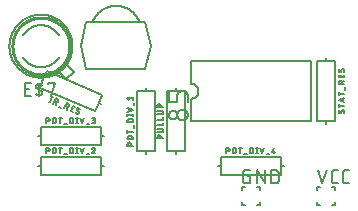
<source format=gbr>
G04 EAGLE Gerber X2 export*
%TF.Part,Single*%
%TF.FileFunction,Legend,Top,1*%
%TF.FilePolarity,Positive*%
%TF.GenerationSoftware,Autodesk,EAGLE,8.7.0*%
%TF.CreationDate,2018-05-28T14:24:44Z*%
G75*
%MOMM*%
%FSLAX34Y34*%
%LPD*%
%AMOC8*
5,1,8,0,0,1.08239X$1,22.5*%
G01*
%ADD10C,0.152400*%
%ADD11C,0.177800*%
%ADD12C,0.127000*%
%ADD13C,0.254000*%
%ADD14C,0.203200*%


D10*
X165100Y666750D02*
X165100Y647700D01*
X165100Y666750D02*
X165258Y666752D01*
X165417Y666758D01*
X165575Y666768D01*
X165732Y666782D01*
X165890Y666799D01*
X166046Y666821D01*
X166203Y666846D01*
X166358Y666876D01*
X166513Y666909D01*
X166667Y666946D01*
X166820Y666987D01*
X166972Y667032D01*
X167122Y667081D01*
X167272Y667133D01*
X167420Y667189D01*
X167567Y667249D01*
X167712Y667312D01*
X167855Y667379D01*
X167997Y667449D01*
X168137Y667523D01*
X168275Y667601D01*
X168411Y667682D01*
X168545Y667766D01*
X168677Y667853D01*
X168807Y667944D01*
X168934Y668038D01*
X169059Y668135D01*
X169182Y668236D01*
X169302Y668339D01*
X169419Y668445D01*
X169534Y668554D01*
X169646Y668666D01*
X169755Y668781D01*
X169861Y668898D01*
X169964Y669018D01*
X170065Y669141D01*
X170162Y669266D01*
X170256Y669393D01*
X170347Y669523D01*
X170434Y669655D01*
X170518Y669789D01*
X170599Y669925D01*
X170677Y670063D01*
X170751Y670203D01*
X170821Y670345D01*
X170888Y670488D01*
X170951Y670633D01*
X171011Y670780D01*
X171067Y670928D01*
X171119Y671078D01*
X171168Y671228D01*
X171213Y671380D01*
X171254Y671533D01*
X171291Y671687D01*
X171324Y671842D01*
X171354Y671997D01*
X171379Y672154D01*
X171401Y672310D01*
X171418Y672468D01*
X171432Y672625D01*
X171442Y672783D01*
X171448Y672942D01*
X171450Y673100D01*
X171448Y673258D01*
X171442Y673417D01*
X171432Y673575D01*
X171418Y673732D01*
X171401Y673890D01*
X171379Y674046D01*
X171354Y674203D01*
X171324Y674358D01*
X171291Y674513D01*
X171254Y674667D01*
X171213Y674820D01*
X171168Y674972D01*
X171119Y675122D01*
X171067Y675272D01*
X171011Y675420D01*
X170951Y675567D01*
X170888Y675712D01*
X170821Y675855D01*
X170751Y675997D01*
X170677Y676137D01*
X170599Y676275D01*
X170518Y676411D01*
X170434Y676545D01*
X170347Y676677D01*
X170256Y676807D01*
X170162Y676934D01*
X170065Y677059D01*
X169964Y677182D01*
X169861Y677302D01*
X169755Y677419D01*
X169646Y677534D01*
X169534Y677646D01*
X169419Y677755D01*
X169302Y677861D01*
X169182Y677964D01*
X169059Y678065D01*
X168934Y678162D01*
X168807Y678256D01*
X168677Y678347D01*
X168545Y678434D01*
X168411Y678518D01*
X168275Y678599D01*
X168137Y678677D01*
X167997Y678751D01*
X167855Y678821D01*
X167712Y678888D01*
X167567Y678951D01*
X167420Y679011D01*
X167272Y679067D01*
X167122Y679119D01*
X166972Y679168D01*
X166820Y679213D01*
X166667Y679254D01*
X166513Y679291D01*
X166358Y679324D01*
X166203Y679354D01*
X166046Y679379D01*
X165890Y679401D01*
X165732Y679418D01*
X165575Y679432D01*
X165417Y679442D01*
X165258Y679448D01*
X165100Y679450D01*
X165100Y647700D02*
X266700Y647700D01*
X266700Y698500D01*
X165100Y698500D01*
X165100Y679450D01*
D11*
X157988Y657479D02*
X157856Y657477D01*
X157725Y657471D01*
X157593Y657461D01*
X157462Y657448D01*
X157332Y657430D01*
X157202Y657409D01*
X157072Y657384D01*
X156944Y657355D01*
X156816Y657322D01*
X156690Y657285D01*
X156564Y657245D01*
X156440Y657201D01*
X156317Y657153D01*
X156196Y657102D01*
X156076Y657047D01*
X155958Y656989D01*
X155842Y656927D01*
X155728Y656861D01*
X155615Y656793D01*
X155505Y656721D01*
X155397Y656646D01*
X155291Y656567D01*
X155187Y656486D01*
X155086Y656401D01*
X154988Y656314D01*
X154892Y656223D01*
X154799Y656130D01*
X154708Y656034D01*
X154621Y655936D01*
X154536Y655835D01*
X154455Y655731D01*
X154376Y655625D01*
X154301Y655517D01*
X154229Y655407D01*
X154161Y655294D01*
X154095Y655180D01*
X154033Y655064D01*
X153975Y654946D01*
X153920Y654826D01*
X153869Y654705D01*
X153821Y654582D01*
X153777Y654458D01*
X153737Y654332D01*
X153700Y654206D01*
X153667Y654078D01*
X153638Y653950D01*
X153613Y653820D01*
X153592Y653690D01*
X153574Y653560D01*
X153561Y653429D01*
X153551Y653297D01*
X153545Y653166D01*
X153543Y653034D01*
X153545Y652902D01*
X153551Y652771D01*
X153561Y652639D01*
X153574Y652508D01*
X153592Y652378D01*
X153613Y652248D01*
X153638Y652118D01*
X153667Y651990D01*
X153700Y651862D01*
X153737Y651736D01*
X153777Y651610D01*
X153821Y651486D01*
X153869Y651363D01*
X153920Y651242D01*
X153975Y651122D01*
X154033Y651004D01*
X154095Y650888D01*
X154161Y650774D01*
X154229Y650661D01*
X154301Y650551D01*
X154376Y650443D01*
X154455Y650337D01*
X154536Y650233D01*
X154621Y650132D01*
X154708Y650034D01*
X154799Y649938D01*
X154892Y649845D01*
X154988Y649754D01*
X155086Y649667D01*
X155187Y649582D01*
X155291Y649501D01*
X155397Y649422D01*
X155505Y649347D01*
X155615Y649275D01*
X155728Y649207D01*
X155842Y649141D01*
X155958Y649079D01*
X156076Y649021D01*
X156196Y648966D01*
X156317Y648915D01*
X156440Y648867D01*
X156564Y648823D01*
X156690Y648783D01*
X156816Y648746D01*
X156944Y648713D01*
X157072Y648684D01*
X157202Y648659D01*
X157332Y648638D01*
X157462Y648620D01*
X157593Y648607D01*
X157725Y648597D01*
X157856Y648591D01*
X157988Y648589D01*
X158120Y648591D01*
X158251Y648597D01*
X158383Y648607D01*
X158514Y648620D01*
X158644Y648638D01*
X158774Y648659D01*
X158904Y648684D01*
X159032Y648713D01*
X159160Y648746D01*
X159286Y648783D01*
X159412Y648823D01*
X159536Y648867D01*
X159659Y648915D01*
X159780Y648966D01*
X159900Y649021D01*
X160018Y649079D01*
X160134Y649141D01*
X160248Y649207D01*
X160361Y649275D01*
X160471Y649347D01*
X160579Y649422D01*
X160685Y649501D01*
X160789Y649582D01*
X160890Y649667D01*
X160988Y649754D01*
X161084Y649845D01*
X161177Y649938D01*
X161268Y650034D01*
X161355Y650132D01*
X161440Y650233D01*
X161521Y650337D01*
X161600Y650443D01*
X161675Y650551D01*
X161747Y650661D01*
X161815Y650774D01*
X161881Y650888D01*
X161943Y651004D01*
X162001Y651122D01*
X162056Y651242D01*
X162107Y651363D01*
X162155Y651486D01*
X162199Y651610D01*
X162239Y651736D01*
X162276Y651862D01*
X162309Y651990D01*
X162338Y652118D01*
X162363Y652248D01*
X162384Y652378D01*
X162402Y652508D01*
X162415Y652639D01*
X162425Y652771D01*
X162431Y652902D01*
X162433Y653034D01*
X162431Y653166D01*
X162425Y653297D01*
X162415Y653429D01*
X162402Y653560D01*
X162384Y653690D01*
X162363Y653820D01*
X162338Y653950D01*
X162309Y654078D01*
X162276Y654206D01*
X162239Y654332D01*
X162199Y654458D01*
X162155Y654582D01*
X162107Y654705D01*
X162056Y654826D01*
X162001Y654946D01*
X161943Y655064D01*
X161881Y655180D01*
X161815Y655294D01*
X161747Y655407D01*
X161675Y655517D01*
X161600Y655625D01*
X161521Y655731D01*
X161440Y655835D01*
X161355Y655936D01*
X161268Y656034D01*
X161177Y656130D01*
X161084Y656223D01*
X160988Y656314D01*
X160890Y656401D01*
X160789Y656486D01*
X160685Y656567D01*
X160579Y656646D01*
X160471Y656721D01*
X160361Y656793D01*
X160248Y656861D01*
X160134Y656927D01*
X160018Y656989D01*
X159900Y657047D01*
X159780Y657102D01*
X159659Y657153D01*
X159536Y657201D01*
X159412Y657245D01*
X159286Y657285D01*
X159160Y657322D01*
X159032Y657355D01*
X158904Y657384D01*
X158774Y657409D01*
X158644Y657430D01*
X158514Y657448D01*
X158383Y657461D01*
X158251Y657471D01*
X158120Y657477D01*
X157988Y657479D01*
X149987Y656590D02*
X149869Y656588D01*
X149752Y656582D01*
X149635Y656573D01*
X149518Y656559D01*
X149402Y656542D01*
X149286Y656520D01*
X149171Y656495D01*
X149057Y656466D01*
X148944Y656434D01*
X148832Y656397D01*
X148722Y656357D01*
X148613Y656314D01*
X148505Y656266D01*
X148399Y656216D01*
X148295Y656161D01*
X148192Y656104D01*
X148092Y656043D01*
X147993Y655978D01*
X147897Y655911D01*
X147803Y655840D01*
X147711Y655766D01*
X147622Y655690D01*
X147536Y655610D01*
X147452Y655528D01*
X147371Y655442D01*
X147293Y655355D01*
X147217Y655264D01*
X147145Y655171D01*
X147076Y655076D01*
X147010Y654979D01*
X146947Y654879D01*
X146888Y654778D01*
X146832Y654675D01*
X146780Y654569D01*
X146731Y654462D01*
X146685Y654354D01*
X146643Y654244D01*
X146605Y654133D01*
X146571Y654020D01*
X146540Y653907D01*
X146513Y653792D01*
X146490Y653677D01*
X146470Y653561D01*
X146455Y653445D01*
X146443Y653328D01*
X146435Y653210D01*
X146431Y653093D01*
X146431Y652975D01*
X146435Y652858D01*
X146443Y652740D01*
X146455Y652623D01*
X146470Y652507D01*
X146490Y652391D01*
X146513Y652276D01*
X146540Y652161D01*
X146571Y652048D01*
X146605Y651935D01*
X146643Y651824D01*
X146685Y651714D01*
X146731Y651606D01*
X146780Y651499D01*
X146832Y651393D01*
X146888Y651290D01*
X146947Y651189D01*
X147010Y651089D01*
X147076Y650992D01*
X147145Y650897D01*
X147217Y650804D01*
X147293Y650713D01*
X147371Y650626D01*
X147452Y650540D01*
X147536Y650458D01*
X147622Y650378D01*
X147711Y650302D01*
X147803Y650228D01*
X147897Y650157D01*
X147993Y650090D01*
X148092Y650025D01*
X148192Y649964D01*
X148295Y649907D01*
X148399Y649852D01*
X148505Y649802D01*
X148613Y649754D01*
X148722Y649711D01*
X148832Y649671D01*
X148944Y649634D01*
X149057Y649602D01*
X149171Y649573D01*
X149286Y649548D01*
X149402Y649526D01*
X149518Y649509D01*
X149635Y649495D01*
X149752Y649486D01*
X149869Y649480D01*
X149987Y649478D01*
X150105Y649480D01*
X150222Y649486D01*
X150339Y649495D01*
X150456Y649509D01*
X150572Y649526D01*
X150688Y649548D01*
X150803Y649573D01*
X150917Y649602D01*
X151030Y649634D01*
X151142Y649671D01*
X151252Y649711D01*
X151361Y649754D01*
X151469Y649802D01*
X151575Y649852D01*
X151679Y649907D01*
X151782Y649964D01*
X151882Y650025D01*
X151981Y650090D01*
X152077Y650157D01*
X152171Y650228D01*
X152263Y650302D01*
X152352Y650378D01*
X152438Y650458D01*
X152522Y650540D01*
X152603Y650626D01*
X152681Y650713D01*
X152757Y650804D01*
X152829Y650897D01*
X152898Y650992D01*
X152964Y651089D01*
X153027Y651189D01*
X153086Y651290D01*
X153142Y651393D01*
X153194Y651499D01*
X153243Y651606D01*
X153289Y651714D01*
X153331Y651824D01*
X153369Y651935D01*
X153403Y652048D01*
X153434Y652161D01*
X153461Y652276D01*
X153484Y652391D01*
X153504Y652507D01*
X153519Y652623D01*
X153531Y652740D01*
X153539Y652858D01*
X153543Y652975D01*
X153543Y653093D01*
X153539Y653210D01*
X153531Y653328D01*
X153519Y653445D01*
X153504Y653561D01*
X153484Y653677D01*
X153461Y653792D01*
X153434Y653907D01*
X153403Y654020D01*
X153369Y654133D01*
X153331Y654244D01*
X153289Y654354D01*
X153243Y654462D01*
X153194Y654569D01*
X153142Y654675D01*
X153086Y654778D01*
X153027Y654879D01*
X152964Y654979D01*
X152898Y655076D01*
X152829Y655171D01*
X152757Y655264D01*
X152681Y655355D01*
X152603Y655442D01*
X152522Y655528D01*
X152438Y655610D01*
X152352Y655690D01*
X152263Y655766D01*
X152171Y655840D01*
X152077Y655911D01*
X151981Y655978D01*
X151882Y656043D01*
X151782Y656104D01*
X151679Y656161D01*
X151575Y656216D01*
X151469Y656266D01*
X151361Y656314D01*
X151252Y656357D01*
X151142Y656397D01*
X151030Y656434D01*
X150917Y656466D01*
X150803Y656495D01*
X150688Y656520D01*
X150572Y656542D01*
X150456Y656559D01*
X150339Y656573D01*
X150222Y656582D01*
X150105Y656588D01*
X149987Y656590D01*
X162433Y664220D02*
X162433Y669554D01*
X162431Y669670D01*
X162425Y669787D01*
X162416Y669903D01*
X162403Y670018D01*
X162386Y670133D01*
X162365Y670248D01*
X162340Y670361D01*
X162312Y670474D01*
X162280Y670586D01*
X162244Y670697D01*
X162205Y670807D01*
X162162Y670915D01*
X162116Y671022D01*
X162066Y671127D01*
X162013Y671230D01*
X161957Y671332D01*
X161897Y671432D01*
X161834Y671530D01*
X161767Y671625D01*
X161698Y671719D01*
X161626Y671810D01*
X161551Y671899D01*
X161472Y671985D01*
X161391Y672068D01*
X161308Y672149D01*
X161222Y672228D01*
X161133Y672303D01*
X161042Y672375D01*
X160948Y672444D01*
X160853Y672511D01*
X160755Y672574D01*
X160655Y672634D01*
X160553Y672690D01*
X160450Y672743D01*
X160345Y672793D01*
X160238Y672839D01*
X160130Y672882D01*
X160020Y672921D01*
X159909Y672957D01*
X159797Y672989D01*
X159684Y673017D01*
X159571Y673042D01*
X159456Y673063D01*
X159341Y673080D01*
X159226Y673093D01*
X159110Y673102D01*
X158993Y673108D01*
X158877Y673110D01*
X157099Y673110D01*
X156983Y673108D01*
X156866Y673102D01*
X156750Y673093D01*
X156635Y673080D01*
X156520Y673063D01*
X156405Y673042D01*
X156292Y673017D01*
X156179Y672989D01*
X156067Y672957D01*
X155956Y672921D01*
X155846Y672882D01*
X155738Y672839D01*
X155631Y672793D01*
X155526Y672743D01*
X155423Y672690D01*
X155321Y672634D01*
X155221Y672574D01*
X155123Y672511D01*
X155028Y672444D01*
X154934Y672375D01*
X154843Y672303D01*
X154754Y672228D01*
X154668Y672149D01*
X154585Y672068D01*
X154504Y671985D01*
X154425Y671899D01*
X154350Y671810D01*
X154278Y671719D01*
X154209Y671625D01*
X154142Y671530D01*
X154079Y671432D01*
X154019Y671332D01*
X153963Y671230D01*
X153910Y671127D01*
X153860Y671022D01*
X153814Y670915D01*
X153771Y670807D01*
X153732Y670697D01*
X153696Y670586D01*
X153664Y670474D01*
X153636Y670361D01*
X153611Y670248D01*
X153590Y670133D01*
X153573Y670018D01*
X153560Y669903D01*
X153551Y669787D01*
X153545Y669670D01*
X153543Y669554D01*
X153543Y664220D01*
X146431Y664220D01*
X146431Y673110D01*
D12*
X131612Y711466D02*
X126612Y731466D01*
X131612Y711466D02*
X126612Y691466D01*
X76612Y691466D01*
X71612Y711466D01*
X76612Y731466D01*
X81612Y731466D01*
X121612Y731466D01*
X126612Y731466D01*
X121612Y731466D02*
X121422Y731953D01*
X121221Y732436D01*
X121008Y732914D01*
X120783Y733386D01*
X120546Y733852D01*
X120299Y734313D01*
X120040Y734767D01*
X119770Y735215D01*
X119489Y735656D01*
X119197Y736091D01*
X118895Y736517D01*
X118583Y736937D01*
X118260Y737348D01*
X117927Y737752D01*
X117585Y738147D01*
X117233Y738534D01*
X116872Y738912D01*
X116501Y739281D01*
X116122Y739641D01*
X115734Y739992D01*
X115337Y740333D01*
X114932Y740664D01*
X114519Y740985D01*
X114099Y741296D01*
X113671Y741596D01*
X113236Y741886D01*
X112793Y742166D01*
X112344Y742434D01*
X111889Y742691D01*
X111428Y742937D01*
X110960Y743172D01*
X110487Y743395D01*
X110009Y743606D01*
X109525Y743806D01*
X109037Y743994D01*
X108545Y744170D01*
X108048Y744333D01*
X107547Y744485D01*
X107043Y744624D01*
X106536Y744751D01*
X106026Y744865D01*
X105513Y744967D01*
X104997Y745056D01*
X104480Y745133D01*
X103961Y745196D01*
X103440Y745248D01*
X102919Y745286D01*
X102396Y745312D01*
X101873Y745324D01*
X101351Y745324D01*
X100828Y745312D01*
X100305Y745286D01*
X99784Y745248D01*
X99263Y745196D01*
X98744Y745133D01*
X98227Y745056D01*
X97711Y744967D01*
X97198Y744865D01*
X96688Y744751D01*
X96181Y744624D01*
X95677Y744485D01*
X95176Y744333D01*
X94679Y744170D01*
X94187Y743994D01*
X93699Y743806D01*
X93215Y743606D01*
X92737Y743395D01*
X92264Y743172D01*
X91796Y742937D01*
X91335Y742691D01*
X90880Y742434D01*
X90431Y742166D01*
X89988Y741886D01*
X89553Y741596D01*
X89125Y741296D01*
X88705Y740985D01*
X88292Y740664D01*
X87887Y740333D01*
X87490Y739992D01*
X87102Y739641D01*
X86723Y739281D01*
X86352Y738912D01*
X85991Y738534D01*
X85639Y738147D01*
X85297Y737752D01*
X84964Y737348D01*
X84641Y736937D01*
X84329Y736517D01*
X84027Y736091D01*
X83735Y735656D01*
X83454Y735215D01*
X83184Y734767D01*
X82925Y734313D01*
X82678Y733852D01*
X82441Y733386D01*
X82216Y732914D01*
X82003Y732436D01*
X81802Y731953D01*
X81612Y731466D01*
D10*
X59690Y695960D02*
X66040Y689610D01*
X59690Y683260D01*
X53340Y689610D01*
X38100Y693420D02*
X37669Y693425D01*
X37238Y693441D01*
X36808Y693467D01*
X36378Y693504D01*
X35950Y693551D01*
X35522Y693608D01*
X35097Y693676D01*
X34672Y693753D01*
X34250Y693842D01*
X33831Y693940D01*
X33413Y694049D01*
X32999Y694167D01*
X32588Y694296D01*
X32179Y694435D01*
X31775Y694583D01*
X31373Y694742D01*
X30976Y694909D01*
X30583Y695087D01*
X30195Y695274D01*
X29811Y695470D01*
X29432Y695676D01*
X29058Y695891D01*
X28690Y696114D01*
X28327Y696347D01*
X27970Y696588D01*
X27618Y696838D01*
X27273Y697097D01*
X26934Y697363D01*
X26602Y697638D01*
X26277Y697921D01*
X25958Y698211D01*
X25647Y698510D01*
X25343Y698815D01*
X25046Y699128D01*
X24757Y699448D01*
X24476Y699775D01*
X24203Y700109D01*
X23938Y700449D01*
X23682Y700796D01*
X23434Y701148D01*
X23194Y701507D01*
X22964Y701871D01*
X22742Y702241D01*
X38100Y693420D02*
X38531Y693425D01*
X38962Y693441D01*
X39392Y693467D01*
X39822Y693504D01*
X40250Y693551D01*
X40678Y693608D01*
X41103Y693676D01*
X41528Y693753D01*
X41950Y693842D01*
X42369Y693940D01*
X42787Y694049D01*
X43201Y694167D01*
X43612Y694296D01*
X44021Y694435D01*
X44425Y694583D01*
X44827Y694742D01*
X45224Y694909D01*
X45617Y695087D01*
X46005Y695274D01*
X46389Y695470D01*
X46768Y695676D01*
X47142Y695891D01*
X47510Y696114D01*
X47873Y696347D01*
X48230Y696588D01*
X48582Y696838D01*
X48927Y697097D01*
X49266Y697363D01*
X49598Y697638D01*
X49923Y697921D01*
X50242Y698211D01*
X50553Y698510D01*
X50857Y698815D01*
X51154Y699128D01*
X51443Y699448D01*
X51724Y699775D01*
X51997Y700109D01*
X52262Y700449D01*
X52518Y700796D01*
X52766Y701148D01*
X53006Y701507D01*
X53236Y701871D01*
X53458Y702241D01*
X53458Y720159D02*
X53236Y720529D01*
X53006Y720893D01*
X52766Y721252D01*
X52518Y721604D01*
X52262Y721951D01*
X51997Y722291D01*
X51724Y722625D01*
X51443Y722952D01*
X51154Y723272D01*
X50857Y723585D01*
X50553Y723890D01*
X50242Y724189D01*
X49923Y724479D01*
X49598Y724762D01*
X49266Y725037D01*
X48927Y725303D01*
X48582Y725562D01*
X48230Y725812D01*
X47873Y726053D01*
X47510Y726286D01*
X47142Y726509D01*
X46768Y726724D01*
X46389Y726930D01*
X46005Y727126D01*
X45617Y727313D01*
X45224Y727491D01*
X44827Y727658D01*
X44425Y727817D01*
X44021Y727965D01*
X43612Y728104D01*
X43201Y728233D01*
X42787Y728351D01*
X42369Y728460D01*
X41950Y728558D01*
X41528Y728647D01*
X41103Y728724D01*
X40678Y728792D01*
X40250Y728849D01*
X39822Y728896D01*
X39392Y728933D01*
X38962Y728959D01*
X38531Y728975D01*
X38100Y728980D01*
X37669Y728975D01*
X37238Y728959D01*
X36808Y728933D01*
X36378Y728896D01*
X35950Y728849D01*
X35522Y728792D01*
X35097Y728724D01*
X34672Y728647D01*
X34250Y728558D01*
X33831Y728460D01*
X33413Y728351D01*
X32999Y728233D01*
X32588Y728104D01*
X32179Y727965D01*
X31775Y727817D01*
X31373Y727658D01*
X30976Y727491D01*
X30583Y727313D01*
X30195Y727126D01*
X29811Y726930D01*
X29432Y726724D01*
X29058Y726509D01*
X28690Y726286D01*
X28327Y726053D01*
X27970Y725812D01*
X27618Y725562D01*
X27273Y725303D01*
X26934Y725037D01*
X26602Y724762D01*
X26277Y724479D01*
X25958Y724189D01*
X25647Y723890D01*
X25343Y723585D01*
X25046Y723272D01*
X24757Y722952D01*
X24476Y722625D01*
X24203Y722291D01*
X23938Y721951D01*
X23682Y721604D01*
X23434Y721252D01*
X23194Y720893D01*
X22964Y720529D01*
X22742Y720159D01*
X11430Y711200D02*
X11438Y711855D01*
X11462Y712509D01*
X11502Y713162D01*
X11558Y713814D01*
X11631Y714465D01*
X11719Y715113D01*
X11823Y715760D01*
X11942Y716403D01*
X12078Y717043D01*
X12229Y717680D01*
X12396Y718313D01*
X12578Y718942D01*
X12776Y719566D01*
X12989Y720185D01*
X13217Y720798D01*
X13460Y721406D01*
X13718Y722008D01*
X13991Y722603D01*
X14278Y723191D01*
X14579Y723772D01*
X14895Y724346D01*
X15224Y724911D01*
X15568Y725468D01*
X15925Y726017D01*
X16295Y726557D01*
X16678Y727087D01*
X17075Y727608D01*
X17484Y728119D01*
X17905Y728620D01*
X18339Y729110D01*
X18784Y729590D01*
X19241Y730059D01*
X19710Y730516D01*
X20190Y730961D01*
X20680Y731395D01*
X21181Y731816D01*
X21692Y732225D01*
X22213Y732622D01*
X22743Y733005D01*
X23283Y733375D01*
X23832Y733732D01*
X24389Y734076D01*
X24954Y734405D01*
X25528Y734721D01*
X26109Y735022D01*
X26697Y735309D01*
X27292Y735582D01*
X27894Y735840D01*
X28502Y736083D01*
X29115Y736311D01*
X29734Y736524D01*
X30358Y736722D01*
X30987Y736904D01*
X31620Y737071D01*
X32257Y737222D01*
X32897Y737358D01*
X33540Y737477D01*
X34187Y737581D01*
X34835Y737669D01*
X35486Y737742D01*
X36138Y737798D01*
X36791Y737838D01*
X37445Y737862D01*
X38100Y737870D01*
X38755Y737862D01*
X39409Y737838D01*
X40062Y737798D01*
X40714Y737742D01*
X41365Y737669D01*
X42013Y737581D01*
X42660Y737477D01*
X43303Y737358D01*
X43943Y737222D01*
X44580Y737071D01*
X45213Y736904D01*
X45842Y736722D01*
X46466Y736524D01*
X47085Y736311D01*
X47698Y736083D01*
X48306Y735840D01*
X48908Y735582D01*
X49503Y735309D01*
X50091Y735022D01*
X50672Y734721D01*
X51246Y734405D01*
X51811Y734076D01*
X52368Y733732D01*
X52917Y733375D01*
X53457Y733005D01*
X53987Y732622D01*
X54508Y732225D01*
X55019Y731816D01*
X55520Y731395D01*
X56010Y730961D01*
X56490Y730516D01*
X56959Y730059D01*
X57416Y729590D01*
X57861Y729110D01*
X58295Y728620D01*
X58716Y728119D01*
X59125Y727608D01*
X59522Y727087D01*
X59905Y726557D01*
X60275Y726017D01*
X60632Y725468D01*
X60976Y724911D01*
X61305Y724346D01*
X61621Y723772D01*
X61922Y723191D01*
X62209Y722603D01*
X62482Y722008D01*
X62740Y721406D01*
X62983Y720798D01*
X63211Y720185D01*
X63424Y719566D01*
X63622Y718942D01*
X63804Y718313D01*
X63971Y717680D01*
X64122Y717043D01*
X64258Y716403D01*
X64377Y715760D01*
X64481Y715113D01*
X64569Y714465D01*
X64642Y713814D01*
X64698Y713162D01*
X64738Y712509D01*
X64762Y711855D01*
X64770Y711200D01*
X64762Y710545D01*
X64738Y709891D01*
X64698Y709238D01*
X64642Y708586D01*
X64569Y707935D01*
X64481Y707287D01*
X64377Y706640D01*
X64258Y705997D01*
X64122Y705357D01*
X63971Y704720D01*
X63804Y704087D01*
X63622Y703458D01*
X63424Y702834D01*
X63211Y702215D01*
X62983Y701602D01*
X62740Y700994D01*
X62482Y700392D01*
X62209Y699797D01*
X61922Y699209D01*
X61621Y698628D01*
X61305Y698054D01*
X60976Y697489D01*
X60632Y696932D01*
X60275Y696383D01*
X59905Y695843D01*
X59522Y695313D01*
X59125Y694792D01*
X58716Y694281D01*
X58295Y693780D01*
X57861Y693290D01*
X57416Y692810D01*
X56959Y692341D01*
X56490Y691884D01*
X56010Y691439D01*
X55520Y691005D01*
X55019Y690584D01*
X54508Y690175D01*
X53987Y689778D01*
X53457Y689395D01*
X52917Y689025D01*
X52368Y688668D01*
X51811Y688324D01*
X51246Y687995D01*
X50672Y687679D01*
X50091Y687378D01*
X49503Y687091D01*
X48908Y686818D01*
X48306Y686560D01*
X47698Y686317D01*
X47085Y686089D01*
X46466Y685876D01*
X45842Y685678D01*
X45213Y685496D01*
X44580Y685329D01*
X43943Y685178D01*
X43303Y685042D01*
X42660Y684923D01*
X42013Y684819D01*
X41365Y684731D01*
X40714Y684658D01*
X40062Y684602D01*
X39409Y684562D01*
X38755Y684538D01*
X38100Y684530D01*
X37445Y684538D01*
X36791Y684562D01*
X36138Y684602D01*
X35486Y684658D01*
X34835Y684731D01*
X34187Y684819D01*
X33540Y684923D01*
X32897Y685042D01*
X32257Y685178D01*
X31620Y685329D01*
X30987Y685496D01*
X30358Y685678D01*
X29734Y685876D01*
X29115Y686089D01*
X28502Y686317D01*
X27894Y686560D01*
X27292Y686818D01*
X26697Y687091D01*
X26109Y687378D01*
X25528Y687679D01*
X24954Y687995D01*
X24389Y688324D01*
X23832Y688668D01*
X23283Y689025D01*
X22743Y689395D01*
X22213Y689778D01*
X21692Y690175D01*
X21181Y690584D01*
X20680Y691005D01*
X20190Y691439D01*
X19710Y691884D01*
X19241Y692341D01*
X18784Y692810D01*
X18339Y693290D01*
X17905Y693780D01*
X17484Y694281D01*
X17075Y694792D01*
X16678Y695313D01*
X16295Y695843D01*
X15925Y696383D01*
X15568Y696932D01*
X15224Y697489D01*
X14895Y698054D01*
X14579Y698628D01*
X14278Y699209D01*
X13991Y699797D01*
X13718Y700392D01*
X13460Y700994D01*
X13217Y701602D01*
X12989Y702215D01*
X12776Y702834D01*
X12578Y703458D01*
X12396Y704087D01*
X12229Y704720D01*
X12078Y705357D01*
X11942Y705997D01*
X11823Y706640D01*
X11719Y707287D01*
X11631Y707935D01*
X11558Y708586D01*
X11502Y709238D01*
X11462Y709891D01*
X11438Y710545D01*
X11430Y711200D01*
D13*
X13970Y711200D02*
X13977Y711792D01*
X13999Y712384D01*
X14035Y712975D01*
X14086Y713565D01*
X14151Y714154D01*
X14231Y714741D01*
X14325Y715325D01*
X14434Y715908D01*
X14556Y716487D01*
X14693Y717063D01*
X14844Y717636D01*
X15009Y718205D01*
X15188Y718769D01*
X15381Y719329D01*
X15587Y719884D01*
X15807Y720434D01*
X16040Y720978D01*
X16287Y721517D01*
X16546Y722049D01*
X16819Y722575D01*
X17105Y723094D01*
X17403Y723605D01*
X17714Y724109D01*
X18037Y724606D01*
X18372Y725094D01*
X18719Y725574D01*
X19077Y726046D01*
X19447Y726508D01*
X19829Y726961D01*
X20221Y727405D01*
X20624Y727839D01*
X21038Y728262D01*
X21461Y728676D01*
X21895Y729079D01*
X22339Y729471D01*
X22792Y729853D01*
X23254Y730223D01*
X23726Y730581D01*
X24206Y730928D01*
X24694Y731263D01*
X25191Y731586D01*
X25695Y731897D01*
X26206Y732195D01*
X26725Y732481D01*
X27251Y732754D01*
X27783Y733013D01*
X28322Y733260D01*
X28866Y733493D01*
X29416Y733713D01*
X29971Y733919D01*
X30531Y734112D01*
X31095Y734291D01*
X31664Y734456D01*
X32237Y734607D01*
X32813Y734744D01*
X33392Y734866D01*
X33975Y734975D01*
X34559Y735069D01*
X35146Y735149D01*
X35735Y735214D01*
X36325Y735265D01*
X36916Y735301D01*
X37508Y735323D01*
X38100Y735330D01*
X38692Y735323D01*
X39284Y735301D01*
X39875Y735265D01*
X40465Y735214D01*
X41054Y735149D01*
X41641Y735069D01*
X42225Y734975D01*
X42808Y734866D01*
X43387Y734744D01*
X43963Y734607D01*
X44536Y734456D01*
X45105Y734291D01*
X45669Y734112D01*
X46229Y733919D01*
X46784Y733713D01*
X47334Y733493D01*
X47878Y733260D01*
X48417Y733013D01*
X48949Y732754D01*
X49475Y732481D01*
X49994Y732195D01*
X50505Y731897D01*
X51009Y731586D01*
X51506Y731263D01*
X51994Y730928D01*
X52474Y730581D01*
X52946Y730223D01*
X53408Y729853D01*
X53861Y729471D01*
X54305Y729079D01*
X54739Y728676D01*
X55162Y728262D01*
X55576Y727839D01*
X55979Y727405D01*
X56371Y726961D01*
X56753Y726508D01*
X57123Y726046D01*
X57481Y725574D01*
X57828Y725094D01*
X58163Y724606D01*
X58486Y724109D01*
X58797Y723605D01*
X59095Y723094D01*
X59381Y722575D01*
X59654Y722049D01*
X59913Y721517D01*
X60160Y720978D01*
X60393Y720434D01*
X60613Y719884D01*
X60819Y719329D01*
X61012Y718769D01*
X61191Y718205D01*
X61356Y717636D01*
X61507Y717063D01*
X61644Y716487D01*
X61766Y715908D01*
X61875Y715325D01*
X61969Y714741D01*
X62049Y714154D01*
X62114Y713565D01*
X62165Y712975D01*
X62201Y712384D01*
X62223Y711792D01*
X62230Y711200D01*
X62223Y710608D01*
X62201Y710016D01*
X62165Y709425D01*
X62114Y708835D01*
X62049Y708246D01*
X61969Y707659D01*
X61875Y707075D01*
X61766Y706492D01*
X61644Y705913D01*
X61507Y705337D01*
X61356Y704764D01*
X61191Y704195D01*
X61012Y703631D01*
X60819Y703071D01*
X60613Y702516D01*
X60393Y701966D01*
X60160Y701422D01*
X59913Y700883D01*
X59654Y700351D01*
X59381Y699825D01*
X59095Y699306D01*
X58797Y698795D01*
X58486Y698291D01*
X58163Y697794D01*
X57828Y697306D01*
X57481Y696826D01*
X57123Y696354D01*
X56753Y695892D01*
X56371Y695439D01*
X55979Y694995D01*
X55576Y694561D01*
X55162Y694138D01*
X54739Y693724D01*
X54305Y693321D01*
X53861Y692929D01*
X53408Y692547D01*
X52946Y692177D01*
X52474Y691819D01*
X51994Y691472D01*
X51506Y691137D01*
X51009Y690814D01*
X50505Y690503D01*
X49994Y690205D01*
X49475Y689919D01*
X48949Y689646D01*
X48417Y689387D01*
X47878Y689140D01*
X47334Y688907D01*
X46784Y688687D01*
X46229Y688481D01*
X45669Y688288D01*
X45105Y688109D01*
X44536Y687944D01*
X43963Y687793D01*
X43387Y687656D01*
X42808Y687534D01*
X42225Y687425D01*
X41641Y687331D01*
X41054Y687251D01*
X40465Y687186D01*
X39875Y687135D01*
X39284Y687099D01*
X38692Y687077D01*
X38100Y687070D01*
X37508Y687077D01*
X36916Y687099D01*
X36325Y687135D01*
X35735Y687186D01*
X35146Y687251D01*
X34559Y687331D01*
X33975Y687425D01*
X33392Y687534D01*
X32813Y687656D01*
X32237Y687793D01*
X31664Y687944D01*
X31095Y688109D01*
X30531Y688288D01*
X29971Y688481D01*
X29416Y688687D01*
X28866Y688907D01*
X28322Y689140D01*
X27783Y689387D01*
X27251Y689646D01*
X26725Y689919D01*
X26206Y690205D01*
X25695Y690503D01*
X25191Y690814D01*
X24694Y691137D01*
X24206Y691472D01*
X23726Y691819D01*
X23254Y692177D01*
X22792Y692547D01*
X22339Y692929D01*
X21895Y693321D01*
X21461Y693724D01*
X21038Y694138D01*
X20624Y694561D01*
X20221Y694995D01*
X19829Y695439D01*
X19447Y695892D01*
X19077Y696354D01*
X18719Y696826D01*
X18372Y697306D01*
X18037Y697794D01*
X17714Y698291D01*
X17403Y698795D01*
X17105Y699306D01*
X16819Y699825D01*
X16546Y700351D01*
X16287Y700883D01*
X16040Y701422D01*
X15807Y701966D01*
X15587Y702516D01*
X15381Y703071D01*
X15188Y703631D01*
X15009Y704195D01*
X14844Y704764D01*
X14693Y705337D01*
X14556Y705913D01*
X14434Y706492D01*
X14325Y707075D01*
X14231Y707659D01*
X14151Y708246D01*
X14086Y708835D01*
X14035Y709425D01*
X13999Y710016D01*
X13977Y710608D01*
X13970Y711200D01*
D12*
X24409Y668655D02*
X29489Y668655D01*
X24409Y668655D02*
X24409Y680085D01*
X29489Y680085D01*
X28219Y675005D02*
X24409Y675005D01*
X36322Y680085D02*
X36322Y668655D01*
X36322Y674370D02*
X34735Y675323D01*
X34734Y675322D02*
X34661Y675369D01*
X34590Y675418D01*
X34521Y675471D01*
X34455Y675527D01*
X34391Y675586D01*
X34330Y675647D01*
X34272Y675711D01*
X34217Y675778D01*
X34165Y675848D01*
X34117Y675919D01*
X34071Y675993D01*
X34029Y676069D01*
X33991Y676147D01*
X33956Y676226D01*
X33925Y676307D01*
X33898Y676389D01*
X33874Y676472D01*
X33854Y676557D01*
X33838Y676642D01*
X33826Y676728D01*
X33818Y676814D01*
X33814Y676900D01*
X33813Y676987D01*
X33817Y677074D01*
X33825Y677160D01*
X33836Y677246D01*
X33852Y677331D01*
X33871Y677415D01*
X33894Y677499D01*
X33921Y677581D01*
X33952Y677662D01*
X33987Y677742D01*
X34024Y677819D01*
X34066Y677895D01*
X34111Y677970D01*
X34159Y678041D01*
X34211Y678111D01*
X34265Y678178D01*
X34323Y678243D01*
X34383Y678305D01*
X34447Y678364D01*
X34513Y678420D01*
X34581Y678474D01*
X34652Y678523D01*
X34725Y678570D01*
X34800Y678613D01*
X34877Y678653D01*
X34955Y678689D01*
X35036Y678722D01*
X35117Y678751D01*
X35200Y678776D01*
X35284Y678798D01*
X35369Y678815D01*
X35370Y678815D02*
X35507Y678838D01*
X35646Y678858D01*
X35784Y678873D01*
X35923Y678885D01*
X36063Y678893D01*
X36202Y678896D01*
X36342Y678897D01*
X36481Y678893D01*
X36620Y678885D01*
X36759Y678874D01*
X36898Y678858D01*
X37036Y678839D01*
X37174Y678816D01*
X37311Y678789D01*
X37447Y678758D01*
X37582Y678724D01*
X37716Y678686D01*
X37850Y678644D01*
X37981Y678598D01*
X38112Y678549D01*
X38241Y678496D01*
X38369Y678440D01*
X38495Y678380D01*
X38619Y678317D01*
X38742Y678250D01*
X38862Y678180D01*
X36322Y674370D02*
X37910Y673418D01*
X37983Y673371D01*
X38054Y673322D01*
X38123Y673269D01*
X38189Y673213D01*
X38253Y673154D01*
X38314Y673093D01*
X38372Y673029D01*
X38427Y672962D01*
X38479Y672892D01*
X38527Y672821D01*
X38573Y672747D01*
X38615Y672671D01*
X38653Y672593D01*
X38688Y672514D01*
X38719Y672433D01*
X38746Y672351D01*
X38770Y672268D01*
X38790Y672183D01*
X38806Y672098D01*
X38818Y672012D01*
X38826Y671926D01*
X38830Y671840D01*
X38831Y671753D01*
X38827Y671666D01*
X38819Y671580D01*
X38808Y671494D01*
X38792Y671409D01*
X38773Y671325D01*
X38750Y671241D01*
X38723Y671159D01*
X38692Y671078D01*
X38657Y670998D01*
X38620Y670921D01*
X38578Y670845D01*
X38533Y670770D01*
X38485Y670699D01*
X38433Y670629D01*
X38379Y670562D01*
X38321Y670497D01*
X38261Y670435D01*
X38197Y670376D01*
X38131Y670320D01*
X38063Y670266D01*
X37992Y670217D01*
X37919Y670170D01*
X37844Y670127D01*
X37767Y670087D01*
X37689Y670051D01*
X37608Y670018D01*
X37527Y669989D01*
X37444Y669964D01*
X37360Y669942D01*
X37275Y669925D01*
X37274Y669925D02*
X37137Y669902D01*
X36998Y669882D01*
X36860Y669867D01*
X36721Y669855D01*
X36581Y669847D01*
X36442Y669844D01*
X36302Y669843D01*
X36163Y669847D01*
X36024Y669855D01*
X35885Y669866D01*
X35746Y669882D01*
X35608Y669901D01*
X35470Y669924D01*
X35333Y669951D01*
X35197Y669982D01*
X35062Y670016D01*
X34928Y670054D01*
X34794Y670096D01*
X34663Y670142D01*
X34532Y670191D01*
X34403Y670244D01*
X34275Y670300D01*
X34149Y670360D01*
X34025Y670423D01*
X33902Y670490D01*
X33782Y670560D01*
X43815Y678815D02*
X43815Y680085D01*
X50165Y680085D01*
X46990Y668655D01*
D14*
X144780Y673100D02*
X144780Y622300D01*
X144780Y673100D02*
X152400Y673100D01*
X160020Y673100D01*
X160020Y622300D01*
X152400Y622300D01*
X144780Y622300D01*
X152400Y673100D02*
X152400Y675640D01*
X152400Y622300D02*
X152400Y619760D01*
D12*
X141605Y633009D02*
X136779Y633009D01*
X136779Y634350D01*
X136781Y634421D01*
X136787Y634493D01*
X136796Y634563D01*
X136809Y634633D01*
X136826Y634703D01*
X136847Y634771D01*
X136871Y634838D01*
X136899Y634904D01*
X136930Y634968D01*
X136965Y635031D01*
X137003Y635091D01*
X137044Y635150D01*
X137088Y635206D01*
X137135Y635260D01*
X137184Y635311D01*
X137237Y635359D01*
X137292Y635405D01*
X137349Y635447D01*
X137409Y635487D01*
X137470Y635523D01*
X137534Y635556D01*
X137599Y635585D01*
X137665Y635611D01*
X137733Y635634D01*
X137802Y635653D01*
X137872Y635668D01*
X137942Y635679D01*
X138013Y635687D01*
X138084Y635691D01*
X138156Y635691D01*
X138227Y635687D01*
X138298Y635679D01*
X138368Y635668D01*
X138438Y635653D01*
X138507Y635634D01*
X138575Y635611D01*
X138641Y635585D01*
X138706Y635556D01*
X138770Y635523D01*
X138831Y635487D01*
X138891Y635447D01*
X138948Y635405D01*
X139003Y635359D01*
X139056Y635311D01*
X139105Y635260D01*
X139152Y635206D01*
X139196Y635150D01*
X139237Y635091D01*
X139275Y635031D01*
X139310Y634968D01*
X139341Y634904D01*
X139369Y634838D01*
X139393Y634771D01*
X139414Y634703D01*
X139431Y634633D01*
X139444Y634563D01*
X139453Y634493D01*
X139459Y634421D01*
X139461Y634350D01*
X139460Y634350D02*
X139460Y633009D01*
X140264Y638349D02*
X136779Y638349D01*
X140264Y638349D02*
X140335Y638351D01*
X140407Y638357D01*
X140477Y638366D01*
X140547Y638379D01*
X140617Y638396D01*
X140685Y638417D01*
X140752Y638441D01*
X140818Y638469D01*
X140882Y638500D01*
X140945Y638535D01*
X141005Y638573D01*
X141064Y638614D01*
X141120Y638658D01*
X141174Y638705D01*
X141225Y638754D01*
X141273Y638807D01*
X141319Y638862D01*
X141361Y638919D01*
X141401Y638979D01*
X141437Y639040D01*
X141470Y639104D01*
X141499Y639169D01*
X141525Y639235D01*
X141548Y639303D01*
X141567Y639372D01*
X141582Y639442D01*
X141593Y639512D01*
X141601Y639583D01*
X141605Y639654D01*
X141605Y639726D01*
X141601Y639797D01*
X141593Y639868D01*
X141582Y639938D01*
X141567Y640008D01*
X141548Y640077D01*
X141525Y640145D01*
X141499Y640211D01*
X141470Y640276D01*
X141437Y640340D01*
X141401Y640401D01*
X141361Y640461D01*
X141319Y640518D01*
X141273Y640573D01*
X141225Y640626D01*
X141174Y640675D01*
X141120Y640722D01*
X141064Y640766D01*
X141005Y640807D01*
X140945Y640845D01*
X140882Y640880D01*
X140818Y640911D01*
X140752Y640939D01*
X140685Y640963D01*
X140617Y640984D01*
X140547Y641001D01*
X140477Y641014D01*
X140407Y641023D01*
X140335Y641029D01*
X140264Y641031D01*
X140264Y641030D02*
X136779Y641030D01*
X136779Y644221D02*
X141605Y644221D01*
X141605Y646366D01*
X141605Y648976D02*
X136779Y648976D01*
X141605Y648976D02*
X141605Y651121D01*
X140264Y653711D02*
X136779Y653711D01*
X140264Y653711D02*
X140335Y653713D01*
X140407Y653719D01*
X140477Y653728D01*
X140547Y653741D01*
X140617Y653758D01*
X140685Y653779D01*
X140752Y653803D01*
X140818Y653831D01*
X140882Y653862D01*
X140945Y653897D01*
X141005Y653935D01*
X141064Y653976D01*
X141120Y654020D01*
X141174Y654067D01*
X141225Y654116D01*
X141273Y654169D01*
X141319Y654224D01*
X141361Y654281D01*
X141401Y654341D01*
X141437Y654402D01*
X141470Y654466D01*
X141499Y654531D01*
X141525Y654597D01*
X141548Y654665D01*
X141567Y654734D01*
X141582Y654804D01*
X141593Y654874D01*
X141601Y654945D01*
X141605Y655016D01*
X141605Y655088D01*
X141601Y655159D01*
X141593Y655230D01*
X141582Y655300D01*
X141567Y655370D01*
X141548Y655439D01*
X141525Y655507D01*
X141499Y655573D01*
X141470Y655638D01*
X141437Y655702D01*
X141401Y655763D01*
X141361Y655823D01*
X141319Y655880D01*
X141273Y655935D01*
X141225Y655988D01*
X141174Y656037D01*
X141120Y656084D01*
X141064Y656128D01*
X141005Y656169D01*
X140945Y656207D01*
X140882Y656242D01*
X140818Y656273D01*
X140752Y656301D01*
X140685Y656325D01*
X140617Y656346D01*
X140547Y656363D01*
X140477Y656376D01*
X140407Y656385D01*
X140335Y656391D01*
X140264Y656393D01*
X140264Y656392D02*
X136779Y656392D01*
X136779Y659710D02*
X141605Y659710D01*
X136779Y659710D02*
X136779Y661050D01*
X136781Y661121D01*
X136787Y661193D01*
X136796Y661263D01*
X136809Y661333D01*
X136826Y661403D01*
X136847Y661471D01*
X136871Y661538D01*
X136899Y661604D01*
X136930Y661668D01*
X136965Y661731D01*
X137003Y661791D01*
X137044Y661850D01*
X137088Y661906D01*
X137135Y661960D01*
X137184Y662011D01*
X137237Y662059D01*
X137292Y662105D01*
X137349Y662147D01*
X137409Y662187D01*
X137470Y662223D01*
X137534Y662256D01*
X137599Y662285D01*
X137665Y662311D01*
X137733Y662334D01*
X137802Y662353D01*
X137872Y662368D01*
X137942Y662379D01*
X138013Y662387D01*
X138084Y662391D01*
X138156Y662391D01*
X138227Y662387D01*
X138298Y662379D01*
X138368Y662368D01*
X138438Y662353D01*
X138507Y662334D01*
X138575Y662311D01*
X138641Y662285D01*
X138706Y662256D01*
X138770Y662223D01*
X138831Y662187D01*
X138891Y662147D01*
X138948Y662105D01*
X139003Y662059D01*
X139056Y662011D01*
X139105Y661960D01*
X139152Y661906D01*
X139196Y661850D01*
X139237Y661791D01*
X139275Y661731D01*
X139310Y661668D01*
X139341Y661604D01*
X139369Y661538D01*
X139393Y661471D01*
X139414Y661403D01*
X139431Y661333D01*
X139444Y661263D01*
X139453Y661193D01*
X139459Y661121D01*
X139461Y661050D01*
X139460Y661050D02*
X139460Y659710D01*
D14*
X83903Y656161D02*
X37142Y676010D01*
X40119Y683025D01*
X43097Y690039D01*
X89858Y670190D01*
X86881Y663175D01*
X83903Y656161D01*
X40119Y683025D02*
X37781Y684017D01*
X86881Y663175D02*
X89219Y662183D01*
D12*
X47549Y668144D02*
X45663Y663701D01*
X45170Y663911D02*
X46157Y663492D01*
X48042Y667934D02*
X47055Y668353D01*
X50582Y666856D02*
X48696Y662414D01*
X50582Y666856D02*
X51816Y666332D01*
X51882Y666302D01*
X51946Y666269D01*
X52009Y666231D01*
X52069Y666191D01*
X52127Y666147D01*
X52183Y666100D01*
X52236Y666051D01*
X52286Y665998D01*
X52333Y665943D01*
X52377Y665886D01*
X52418Y665826D01*
X52456Y665764D01*
X52490Y665700D01*
X52521Y665634D01*
X52549Y665566D01*
X52572Y665498D01*
X52592Y665428D01*
X52608Y665357D01*
X52620Y665285D01*
X52628Y665213D01*
X52632Y665141D01*
X52633Y665068D01*
X52629Y664996D01*
X52622Y664923D01*
X52610Y664852D01*
X52595Y664781D01*
X52576Y664711D01*
X52553Y664642D01*
X52526Y664574D01*
X52496Y664508D01*
X52463Y664444D01*
X52425Y664381D01*
X52385Y664321D01*
X52341Y664263D01*
X52294Y664207D01*
X52245Y664154D01*
X52192Y664104D01*
X52137Y664057D01*
X52080Y664013D01*
X52020Y663972D01*
X51958Y663934D01*
X51894Y663900D01*
X51828Y663869D01*
X51761Y663842D01*
X51692Y663818D01*
X51622Y663798D01*
X51551Y663782D01*
X51479Y663770D01*
X51407Y663762D01*
X51335Y663758D01*
X51262Y663757D01*
X51190Y663761D01*
X51117Y663768D01*
X51046Y663780D01*
X50975Y663795D01*
X50905Y663814D01*
X50836Y663837D01*
X50768Y663864D01*
X49534Y664388D01*
X51015Y663759D02*
X51164Y661366D01*
X53220Y659911D02*
X55194Y659073D01*
X57955Y658484D02*
X59841Y662926D01*
X61075Y662402D01*
X61141Y662372D01*
X61205Y662339D01*
X61268Y662301D01*
X61328Y662261D01*
X61386Y662217D01*
X61442Y662170D01*
X61495Y662121D01*
X61545Y662068D01*
X61592Y662013D01*
X61636Y661956D01*
X61677Y661896D01*
X61715Y661834D01*
X61749Y661770D01*
X61780Y661704D01*
X61808Y661636D01*
X61831Y661568D01*
X61851Y661498D01*
X61867Y661427D01*
X61879Y661355D01*
X61887Y661283D01*
X61891Y661211D01*
X61892Y661138D01*
X61888Y661066D01*
X61881Y660993D01*
X61869Y660922D01*
X61854Y660851D01*
X61835Y660781D01*
X61812Y660712D01*
X61785Y660644D01*
X61755Y660578D01*
X61722Y660514D01*
X61684Y660451D01*
X61644Y660391D01*
X61600Y660333D01*
X61553Y660277D01*
X61504Y660224D01*
X61451Y660174D01*
X61396Y660127D01*
X61339Y660083D01*
X61279Y660042D01*
X61217Y660004D01*
X61153Y659970D01*
X61087Y659939D01*
X61020Y659912D01*
X60951Y659888D01*
X60881Y659868D01*
X60810Y659852D01*
X60738Y659840D01*
X60666Y659832D01*
X60594Y659828D01*
X60521Y659827D01*
X60449Y659831D01*
X60376Y659838D01*
X60305Y659850D01*
X60234Y659865D01*
X60164Y659884D01*
X60095Y659907D01*
X60027Y659934D01*
X58793Y660458D01*
X60274Y659829D02*
X60423Y657436D01*
X63133Y656286D02*
X65107Y655447D01*
X63133Y656286D02*
X65018Y660728D01*
X66993Y659890D01*
X65661Y658125D02*
X64180Y658754D01*
X68636Y653950D02*
X68697Y653927D01*
X68758Y653907D01*
X68821Y653891D01*
X68884Y653879D01*
X68949Y653870D01*
X69013Y653866D01*
X69078Y653865D01*
X69143Y653869D01*
X69207Y653876D01*
X69271Y653887D01*
X69334Y653902D01*
X69396Y653921D01*
X69457Y653943D01*
X69516Y653969D01*
X69573Y653999D01*
X69629Y654032D01*
X69683Y654068D01*
X69734Y654108D01*
X69783Y654150D01*
X69829Y654195D01*
X69873Y654244D01*
X69913Y654294D01*
X69950Y654347D01*
X69984Y654402D01*
X70015Y654459D01*
X70042Y654518D01*
X68636Y653950D02*
X68550Y653989D01*
X68466Y654031D01*
X68384Y654076D01*
X68303Y654125D01*
X68225Y654177D01*
X68149Y654233D01*
X68075Y654291D01*
X68004Y654353D01*
X67935Y654418D01*
X67870Y654485D01*
X67807Y654555D01*
X67747Y654627D01*
X67690Y654702D01*
X67636Y654779D01*
X67585Y654859D01*
X67538Y654940D01*
X67494Y655024D01*
X67454Y655109D01*
X67417Y655195D01*
X68745Y657981D02*
X68772Y658040D01*
X68803Y658097D01*
X68837Y658152D01*
X68874Y658205D01*
X68915Y658255D01*
X68958Y658304D01*
X69004Y658349D01*
X69053Y658391D01*
X69104Y658431D01*
X69158Y658467D01*
X69214Y658500D01*
X69271Y658530D01*
X69330Y658556D01*
X69391Y658578D01*
X69453Y658597D01*
X69516Y658612D01*
X69580Y658623D01*
X69644Y658630D01*
X69709Y658634D01*
X69774Y658633D01*
X69838Y658629D01*
X69903Y658620D01*
X69966Y658608D01*
X70029Y658592D01*
X70091Y658572D01*
X70151Y658549D01*
X70152Y658549D02*
X70230Y658514D01*
X70308Y658475D01*
X70383Y658433D01*
X70456Y658388D01*
X70528Y658339D01*
X70597Y658288D01*
X70664Y658234D01*
X70729Y658177D01*
X70791Y658117D01*
X70851Y658054D01*
X70907Y657990D01*
X70961Y657922D01*
X71012Y657853D01*
X71060Y657781D01*
X71105Y657707D01*
X68872Y656907D02*
X68836Y656959D01*
X68803Y657012D01*
X68773Y657068D01*
X68747Y657125D01*
X68723Y657183D01*
X68704Y657243D01*
X68687Y657303D01*
X68675Y657365D01*
X68666Y657427D01*
X68660Y657490D01*
X68658Y657552D01*
X68660Y657615D01*
X68665Y657678D01*
X68674Y657740D01*
X68686Y657802D01*
X68702Y657862D01*
X68722Y657922D01*
X68745Y657981D01*
X69915Y655591D02*
X69950Y655539D01*
X69983Y655486D01*
X70013Y655430D01*
X70039Y655373D01*
X70063Y655315D01*
X70082Y655255D01*
X70099Y655195D01*
X70111Y655133D01*
X70120Y655071D01*
X70126Y655008D01*
X70128Y654946D01*
X70126Y654883D01*
X70121Y654820D01*
X70112Y654758D01*
X70100Y654697D01*
X70084Y654636D01*
X70064Y654576D01*
X70041Y654518D01*
X69915Y655591D02*
X68872Y656908D01*
D14*
X119380Y673100D02*
X119380Y622300D01*
X119380Y673100D02*
X127000Y673100D01*
X134620Y673100D01*
X134620Y622300D01*
X127000Y622300D01*
X119380Y622300D01*
X127000Y673100D02*
X127000Y675640D01*
X127000Y622300D02*
X127000Y619760D01*
D12*
X116205Y626956D02*
X111379Y626956D01*
X111379Y628297D01*
X111381Y628368D01*
X111387Y628440D01*
X111396Y628510D01*
X111409Y628580D01*
X111426Y628650D01*
X111447Y628718D01*
X111471Y628785D01*
X111499Y628851D01*
X111530Y628915D01*
X111565Y628978D01*
X111603Y629038D01*
X111644Y629097D01*
X111688Y629153D01*
X111735Y629207D01*
X111784Y629258D01*
X111837Y629306D01*
X111892Y629352D01*
X111949Y629394D01*
X112009Y629434D01*
X112070Y629470D01*
X112134Y629503D01*
X112199Y629532D01*
X112265Y629558D01*
X112333Y629581D01*
X112402Y629600D01*
X112472Y629615D01*
X112542Y629626D01*
X112613Y629634D01*
X112684Y629638D01*
X112756Y629638D01*
X112827Y629634D01*
X112898Y629626D01*
X112968Y629615D01*
X113038Y629600D01*
X113107Y629581D01*
X113175Y629558D01*
X113241Y629532D01*
X113306Y629503D01*
X113370Y629470D01*
X113431Y629434D01*
X113491Y629394D01*
X113548Y629352D01*
X113603Y629306D01*
X113656Y629258D01*
X113705Y629207D01*
X113752Y629153D01*
X113796Y629097D01*
X113837Y629038D01*
X113875Y628978D01*
X113910Y628915D01*
X113941Y628851D01*
X113969Y628785D01*
X113993Y628718D01*
X114014Y628650D01*
X114031Y628580D01*
X114044Y628510D01*
X114053Y628440D01*
X114059Y628368D01*
X114061Y628297D01*
X114060Y628297D02*
X114060Y626956D01*
X114864Y632113D02*
X112720Y632113D01*
X112649Y632115D01*
X112577Y632121D01*
X112507Y632130D01*
X112437Y632143D01*
X112367Y632160D01*
X112299Y632181D01*
X112232Y632205D01*
X112166Y632233D01*
X112102Y632264D01*
X112039Y632299D01*
X111979Y632337D01*
X111920Y632378D01*
X111864Y632422D01*
X111810Y632469D01*
X111759Y632518D01*
X111711Y632571D01*
X111665Y632626D01*
X111623Y632683D01*
X111583Y632743D01*
X111547Y632804D01*
X111514Y632868D01*
X111485Y632933D01*
X111459Y632999D01*
X111436Y633067D01*
X111417Y633136D01*
X111402Y633206D01*
X111391Y633276D01*
X111383Y633347D01*
X111379Y633418D01*
X111379Y633490D01*
X111383Y633561D01*
X111391Y633632D01*
X111402Y633702D01*
X111417Y633772D01*
X111436Y633841D01*
X111459Y633909D01*
X111485Y633975D01*
X111514Y634040D01*
X111547Y634104D01*
X111583Y634165D01*
X111623Y634225D01*
X111665Y634282D01*
X111711Y634337D01*
X111759Y634390D01*
X111810Y634439D01*
X111864Y634486D01*
X111920Y634530D01*
X111979Y634571D01*
X112039Y634609D01*
X112102Y634644D01*
X112166Y634675D01*
X112232Y634703D01*
X112299Y634727D01*
X112367Y634748D01*
X112437Y634765D01*
X112507Y634778D01*
X112577Y634787D01*
X112649Y634793D01*
X112720Y634795D01*
X112720Y634794D02*
X114864Y634794D01*
X114864Y634795D02*
X114935Y634793D01*
X115007Y634787D01*
X115077Y634778D01*
X115147Y634765D01*
X115217Y634748D01*
X115285Y634727D01*
X115352Y634703D01*
X115418Y634675D01*
X115482Y634644D01*
X115545Y634609D01*
X115605Y634571D01*
X115664Y634530D01*
X115720Y634486D01*
X115774Y634439D01*
X115825Y634390D01*
X115873Y634337D01*
X115919Y634282D01*
X115961Y634225D01*
X116001Y634165D01*
X116037Y634104D01*
X116070Y634040D01*
X116099Y633975D01*
X116125Y633909D01*
X116148Y633841D01*
X116167Y633772D01*
X116182Y633702D01*
X116193Y633632D01*
X116201Y633561D01*
X116205Y633490D01*
X116205Y633418D01*
X116201Y633347D01*
X116193Y633276D01*
X116182Y633206D01*
X116167Y633136D01*
X116148Y633067D01*
X116125Y632999D01*
X116099Y632933D01*
X116070Y632868D01*
X116037Y632804D01*
X116001Y632743D01*
X115961Y632683D01*
X115919Y632626D01*
X115873Y632571D01*
X115825Y632518D01*
X115774Y632469D01*
X115720Y632422D01*
X115664Y632378D01*
X115605Y632337D01*
X115545Y632299D01*
X115482Y632264D01*
X115418Y632233D01*
X115352Y632205D01*
X115285Y632181D01*
X115217Y632160D01*
X115147Y632143D01*
X115077Y632130D01*
X115007Y632121D01*
X114935Y632115D01*
X114864Y632113D01*
X116205Y638574D02*
X111379Y638574D01*
X111379Y637234D02*
X111379Y639915D01*
X116741Y642074D02*
X116741Y644219D01*
X116205Y646926D02*
X111379Y646926D01*
X111379Y648267D01*
X111381Y648337D01*
X111386Y648407D01*
X111396Y648477D01*
X111408Y648546D01*
X111425Y648614D01*
X111445Y648681D01*
X111468Y648748D01*
X111495Y648812D01*
X111525Y648876D01*
X111559Y648938D01*
X111595Y648997D01*
X111635Y649055D01*
X111678Y649111D01*
X111723Y649164D01*
X111772Y649215D01*
X111823Y649264D01*
X111876Y649309D01*
X111932Y649352D01*
X111990Y649392D01*
X112050Y649428D01*
X112111Y649462D01*
X112175Y649492D01*
X112239Y649519D01*
X112306Y649542D01*
X112373Y649562D01*
X112441Y649579D01*
X112510Y649591D01*
X112580Y649601D01*
X112650Y649606D01*
X112720Y649608D01*
X112720Y649607D02*
X114864Y649607D01*
X114864Y649608D02*
X114934Y649606D01*
X115004Y649601D01*
X115074Y649591D01*
X115143Y649579D01*
X115211Y649562D01*
X115278Y649542D01*
X115345Y649519D01*
X115409Y649492D01*
X115473Y649462D01*
X115535Y649428D01*
X115594Y649392D01*
X115652Y649352D01*
X115708Y649309D01*
X115761Y649264D01*
X115812Y649215D01*
X115861Y649164D01*
X115906Y649111D01*
X115949Y649055D01*
X115989Y648997D01*
X116025Y648937D01*
X116059Y648876D01*
X116089Y648812D01*
X116116Y648748D01*
X116139Y648681D01*
X116159Y648614D01*
X116176Y648546D01*
X116188Y648477D01*
X116198Y648407D01*
X116203Y648337D01*
X116205Y648267D01*
X116205Y646926D01*
X116205Y652839D02*
X111379Y652839D01*
X116205Y652303D02*
X116205Y653375D01*
X111379Y653375D02*
X111379Y652303D01*
X111379Y655619D02*
X116205Y657228D01*
X111379Y658837D01*
X116741Y661093D02*
X116741Y663238D01*
X112451Y665763D02*
X111379Y667103D01*
X116205Y667103D01*
X116205Y665763D02*
X116205Y668444D01*
D14*
X88900Y642620D02*
X38100Y642620D01*
X88900Y642620D02*
X88900Y635000D01*
X88900Y627380D01*
X38100Y627380D01*
X38100Y635000D01*
X38100Y642620D01*
X88900Y635000D02*
X91440Y635000D01*
X38100Y635000D02*
X35560Y635000D01*
D12*
X42756Y645795D02*
X42756Y650621D01*
X44097Y650621D01*
X44168Y650619D01*
X44240Y650613D01*
X44310Y650604D01*
X44380Y650591D01*
X44450Y650574D01*
X44518Y650553D01*
X44585Y650529D01*
X44651Y650501D01*
X44715Y650470D01*
X44778Y650435D01*
X44838Y650397D01*
X44897Y650356D01*
X44953Y650312D01*
X45007Y650265D01*
X45058Y650216D01*
X45106Y650163D01*
X45152Y650108D01*
X45194Y650051D01*
X45234Y649991D01*
X45270Y649930D01*
X45303Y649866D01*
X45332Y649801D01*
X45358Y649735D01*
X45381Y649667D01*
X45400Y649598D01*
X45415Y649528D01*
X45426Y649458D01*
X45434Y649387D01*
X45438Y649316D01*
X45438Y649244D01*
X45434Y649173D01*
X45426Y649102D01*
X45415Y649032D01*
X45400Y648962D01*
X45381Y648893D01*
X45358Y648825D01*
X45332Y648759D01*
X45303Y648694D01*
X45270Y648630D01*
X45234Y648569D01*
X45194Y648509D01*
X45152Y648452D01*
X45106Y648397D01*
X45058Y648344D01*
X45007Y648295D01*
X44953Y648248D01*
X44897Y648204D01*
X44838Y648163D01*
X44778Y648125D01*
X44715Y648090D01*
X44651Y648059D01*
X44585Y648031D01*
X44518Y648007D01*
X44450Y647986D01*
X44380Y647969D01*
X44310Y647956D01*
X44240Y647947D01*
X44168Y647941D01*
X44097Y647939D01*
X44097Y647940D02*
X42756Y647940D01*
X47913Y647136D02*
X47913Y649280D01*
X47915Y649351D01*
X47921Y649423D01*
X47930Y649493D01*
X47943Y649563D01*
X47960Y649633D01*
X47981Y649701D01*
X48005Y649768D01*
X48033Y649834D01*
X48064Y649898D01*
X48099Y649961D01*
X48137Y650021D01*
X48178Y650080D01*
X48222Y650136D01*
X48269Y650190D01*
X48318Y650241D01*
X48371Y650289D01*
X48426Y650335D01*
X48483Y650377D01*
X48543Y650417D01*
X48604Y650453D01*
X48668Y650486D01*
X48733Y650515D01*
X48799Y650541D01*
X48867Y650564D01*
X48936Y650583D01*
X49006Y650598D01*
X49076Y650609D01*
X49147Y650617D01*
X49218Y650621D01*
X49290Y650621D01*
X49361Y650617D01*
X49432Y650609D01*
X49502Y650598D01*
X49572Y650583D01*
X49641Y650564D01*
X49709Y650541D01*
X49775Y650515D01*
X49840Y650486D01*
X49904Y650453D01*
X49965Y650417D01*
X50025Y650377D01*
X50082Y650335D01*
X50137Y650289D01*
X50190Y650241D01*
X50239Y650190D01*
X50286Y650136D01*
X50330Y650080D01*
X50371Y650021D01*
X50409Y649961D01*
X50444Y649898D01*
X50475Y649834D01*
X50503Y649768D01*
X50527Y649701D01*
X50548Y649633D01*
X50565Y649563D01*
X50578Y649493D01*
X50587Y649423D01*
X50593Y649351D01*
X50595Y649280D01*
X50594Y649280D02*
X50594Y647136D01*
X50595Y647136D02*
X50593Y647065D01*
X50587Y646993D01*
X50578Y646923D01*
X50565Y646853D01*
X50548Y646783D01*
X50527Y646715D01*
X50503Y646648D01*
X50475Y646582D01*
X50444Y646518D01*
X50409Y646455D01*
X50371Y646395D01*
X50330Y646336D01*
X50286Y646280D01*
X50239Y646226D01*
X50190Y646175D01*
X50137Y646127D01*
X50082Y646081D01*
X50025Y646039D01*
X49965Y645999D01*
X49904Y645963D01*
X49840Y645930D01*
X49775Y645901D01*
X49709Y645875D01*
X49641Y645852D01*
X49572Y645833D01*
X49502Y645818D01*
X49432Y645807D01*
X49361Y645799D01*
X49290Y645795D01*
X49218Y645795D01*
X49147Y645799D01*
X49076Y645807D01*
X49006Y645818D01*
X48936Y645833D01*
X48867Y645852D01*
X48799Y645875D01*
X48733Y645901D01*
X48668Y645930D01*
X48604Y645963D01*
X48543Y645999D01*
X48483Y646039D01*
X48426Y646081D01*
X48371Y646127D01*
X48318Y646175D01*
X48269Y646226D01*
X48222Y646280D01*
X48178Y646336D01*
X48137Y646395D01*
X48099Y646455D01*
X48064Y646518D01*
X48033Y646582D01*
X48005Y646648D01*
X47981Y646715D01*
X47960Y646783D01*
X47943Y646853D01*
X47930Y646923D01*
X47921Y646993D01*
X47915Y647065D01*
X47913Y647136D01*
X54374Y645795D02*
X54374Y650621D01*
X53034Y650621D02*
X55715Y650621D01*
X57874Y645259D02*
X60019Y645259D01*
X62726Y645795D02*
X62726Y650621D01*
X64067Y650621D01*
X64137Y650619D01*
X64207Y650614D01*
X64277Y650604D01*
X64346Y650592D01*
X64414Y650575D01*
X64481Y650555D01*
X64548Y650532D01*
X64612Y650505D01*
X64676Y650475D01*
X64738Y650441D01*
X64797Y650405D01*
X64855Y650365D01*
X64911Y650322D01*
X64964Y650277D01*
X65015Y650228D01*
X65064Y650177D01*
X65109Y650124D01*
X65152Y650068D01*
X65192Y650010D01*
X65228Y649951D01*
X65262Y649889D01*
X65292Y649825D01*
X65319Y649761D01*
X65342Y649694D01*
X65362Y649627D01*
X65379Y649559D01*
X65391Y649490D01*
X65401Y649420D01*
X65406Y649350D01*
X65408Y649280D01*
X65407Y649280D02*
X65407Y647136D01*
X65408Y647136D02*
X65406Y647066D01*
X65401Y646996D01*
X65391Y646926D01*
X65379Y646857D01*
X65362Y646789D01*
X65342Y646722D01*
X65319Y646655D01*
X65292Y646591D01*
X65262Y646527D01*
X65228Y646465D01*
X65192Y646406D01*
X65152Y646348D01*
X65109Y646292D01*
X65064Y646239D01*
X65015Y646188D01*
X64964Y646139D01*
X64911Y646094D01*
X64855Y646051D01*
X64797Y646011D01*
X64737Y645975D01*
X64676Y645941D01*
X64612Y645911D01*
X64548Y645884D01*
X64481Y645861D01*
X64414Y645841D01*
X64346Y645824D01*
X64277Y645812D01*
X64207Y645802D01*
X64137Y645797D01*
X64067Y645795D01*
X62726Y645795D01*
X68639Y645795D02*
X68639Y650621D01*
X68103Y645795D02*
X69175Y645795D01*
X69175Y650621D02*
X68103Y650621D01*
X71419Y650621D02*
X73028Y645795D01*
X74637Y650621D01*
X76893Y645259D02*
X79038Y645259D01*
X81563Y645795D02*
X82903Y645795D01*
X82974Y645797D01*
X83046Y645803D01*
X83116Y645812D01*
X83186Y645825D01*
X83256Y645842D01*
X83324Y645863D01*
X83391Y645887D01*
X83457Y645915D01*
X83521Y645946D01*
X83584Y645981D01*
X83644Y646019D01*
X83703Y646060D01*
X83759Y646104D01*
X83813Y646151D01*
X83864Y646200D01*
X83912Y646253D01*
X83958Y646308D01*
X84000Y646365D01*
X84040Y646425D01*
X84076Y646486D01*
X84109Y646550D01*
X84138Y646615D01*
X84164Y646681D01*
X84187Y646749D01*
X84206Y646818D01*
X84221Y646888D01*
X84232Y646958D01*
X84240Y647029D01*
X84244Y647100D01*
X84244Y647172D01*
X84240Y647243D01*
X84232Y647314D01*
X84221Y647384D01*
X84206Y647454D01*
X84187Y647523D01*
X84164Y647591D01*
X84138Y647657D01*
X84109Y647722D01*
X84076Y647786D01*
X84040Y647847D01*
X84000Y647907D01*
X83958Y647964D01*
X83912Y648019D01*
X83864Y648072D01*
X83813Y648121D01*
X83759Y648168D01*
X83703Y648212D01*
X83644Y648253D01*
X83584Y648291D01*
X83521Y648326D01*
X83457Y648357D01*
X83391Y648385D01*
X83324Y648409D01*
X83256Y648430D01*
X83186Y648447D01*
X83116Y648460D01*
X83046Y648469D01*
X82974Y648475D01*
X82903Y648477D01*
X83171Y650621D02*
X81563Y650621D01*
X83171Y650621D02*
X83236Y650619D01*
X83300Y650613D01*
X83364Y650603D01*
X83428Y650590D01*
X83490Y650572D01*
X83551Y650551D01*
X83611Y650527D01*
X83669Y650498D01*
X83726Y650466D01*
X83780Y650431D01*
X83832Y650393D01*
X83882Y650351D01*
X83929Y650307D01*
X83973Y650260D01*
X84015Y650210D01*
X84053Y650158D01*
X84088Y650104D01*
X84120Y650047D01*
X84149Y649989D01*
X84173Y649929D01*
X84194Y649868D01*
X84212Y649806D01*
X84225Y649742D01*
X84235Y649678D01*
X84241Y649614D01*
X84243Y649549D01*
X84241Y649484D01*
X84235Y649420D01*
X84225Y649356D01*
X84212Y649292D01*
X84194Y649230D01*
X84173Y649169D01*
X84149Y649109D01*
X84120Y649051D01*
X84088Y648994D01*
X84053Y648940D01*
X84015Y648888D01*
X83973Y648838D01*
X83929Y648791D01*
X83882Y648747D01*
X83832Y648705D01*
X83780Y648667D01*
X83726Y648632D01*
X83669Y648600D01*
X83611Y648571D01*
X83551Y648547D01*
X83490Y648526D01*
X83428Y648508D01*
X83364Y648495D01*
X83300Y648485D01*
X83236Y648479D01*
X83171Y648477D01*
X83171Y648476D02*
X82099Y648476D01*
D14*
X88900Y617220D02*
X38100Y617220D01*
X88900Y617220D02*
X88900Y609600D01*
X88900Y601980D01*
X38100Y601980D01*
X38100Y609600D01*
X38100Y617220D01*
X88900Y609600D02*
X91440Y609600D01*
X38100Y609600D02*
X35560Y609600D01*
D12*
X42756Y620395D02*
X42756Y625221D01*
X44097Y625221D01*
X44168Y625219D01*
X44240Y625213D01*
X44310Y625204D01*
X44380Y625191D01*
X44450Y625174D01*
X44518Y625153D01*
X44585Y625129D01*
X44651Y625101D01*
X44715Y625070D01*
X44778Y625035D01*
X44838Y624997D01*
X44897Y624956D01*
X44953Y624912D01*
X45007Y624865D01*
X45058Y624816D01*
X45106Y624763D01*
X45152Y624708D01*
X45194Y624651D01*
X45234Y624591D01*
X45270Y624530D01*
X45303Y624466D01*
X45332Y624401D01*
X45358Y624335D01*
X45381Y624267D01*
X45400Y624198D01*
X45415Y624128D01*
X45426Y624058D01*
X45434Y623987D01*
X45438Y623916D01*
X45438Y623844D01*
X45434Y623773D01*
X45426Y623702D01*
X45415Y623632D01*
X45400Y623562D01*
X45381Y623493D01*
X45358Y623425D01*
X45332Y623359D01*
X45303Y623294D01*
X45270Y623230D01*
X45234Y623169D01*
X45194Y623109D01*
X45152Y623052D01*
X45106Y622997D01*
X45058Y622944D01*
X45007Y622895D01*
X44953Y622848D01*
X44897Y622804D01*
X44838Y622763D01*
X44778Y622725D01*
X44715Y622690D01*
X44651Y622659D01*
X44585Y622631D01*
X44518Y622607D01*
X44450Y622586D01*
X44380Y622569D01*
X44310Y622556D01*
X44240Y622547D01*
X44168Y622541D01*
X44097Y622539D01*
X44097Y622540D02*
X42756Y622540D01*
X47913Y621736D02*
X47913Y623880D01*
X47915Y623951D01*
X47921Y624023D01*
X47930Y624093D01*
X47943Y624163D01*
X47960Y624233D01*
X47981Y624301D01*
X48005Y624368D01*
X48033Y624434D01*
X48064Y624498D01*
X48099Y624561D01*
X48137Y624621D01*
X48178Y624680D01*
X48222Y624736D01*
X48269Y624790D01*
X48318Y624841D01*
X48371Y624889D01*
X48426Y624935D01*
X48483Y624977D01*
X48543Y625017D01*
X48604Y625053D01*
X48668Y625086D01*
X48733Y625115D01*
X48799Y625141D01*
X48867Y625164D01*
X48936Y625183D01*
X49006Y625198D01*
X49076Y625209D01*
X49147Y625217D01*
X49218Y625221D01*
X49290Y625221D01*
X49361Y625217D01*
X49432Y625209D01*
X49502Y625198D01*
X49572Y625183D01*
X49641Y625164D01*
X49709Y625141D01*
X49775Y625115D01*
X49840Y625086D01*
X49904Y625053D01*
X49965Y625017D01*
X50025Y624977D01*
X50082Y624935D01*
X50137Y624889D01*
X50190Y624841D01*
X50239Y624790D01*
X50286Y624736D01*
X50330Y624680D01*
X50371Y624621D01*
X50409Y624561D01*
X50444Y624498D01*
X50475Y624434D01*
X50503Y624368D01*
X50527Y624301D01*
X50548Y624233D01*
X50565Y624163D01*
X50578Y624093D01*
X50587Y624023D01*
X50593Y623951D01*
X50595Y623880D01*
X50594Y623880D02*
X50594Y621736D01*
X50595Y621736D02*
X50593Y621665D01*
X50587Y621593D01*
X50578Y621523D01*
X50565Y621453D01*
X50548Y621383D01*
X50527Y621315D01*
X50503Y621248D01*
X50475Y621182D01*
X50444Y621118D01*
X50409Y621055D01*
X50371Y620995D01*
X50330Y620936D01*
X50286Y620880D01*
X50239Y620826D01*
X50190Y620775D01*
X50137Y620727D01*
X50082Y620681D01*
X50025Y620639D01*
X49965Y620599D01*
X49904Y620563D01*
X49840Y620530D01*
X49775Y620501D01*
X49709Y620475D01*
X49641Y620452D01*
X49572Y620433D01*
X49502Y620418D01*
X49432Y620407D01*
X49361Y620399D01*
X49290Y620395D01*
X49218Y620395D01*
X49147Y620399D01*
X49076Y620407D01*
X49006Y620418D01*
X48936Y620433D01*
X48867Y620452D01*
X48799Y620475D01*
X48733Y620501D01*
X48668Y620530D01*
X48604Y620563D01*
X48543Y620599D01*
X48483Y620639D01*
X48426Y620681D01*
X48371Y620727D01*
X48318Y620775D01*
X48269Y620826D01*
X48222Y620880D01*
X48178Y620936D01*
X48137Y620995D01*
X48099Y621055D01*
X48064Y621118D01*
X48033Y621182D01*
X48005Y621248D01*
X47981Y621315D01*
X47960Y621383D01*
X47943Y621453D01*
X47930Y621523D01*
X47921Y621593D01*
X47915Y621665D01*
X47913Y621736D01*
X54374Y620395D02*
X54374Y625221D01*
X53034Y625221D02*
X55715Y625221D01*
X57874Y619859D02*
X60019Y619859D01*
X62726Y620395D02*
X62726Y625221D01*
X64067Y625221D01*
X64137Y625219D01*
X64207Y625214D01*
X64277Y625204D01*
X64346Y625192D01*
X64414Y625175D01*
X64481Y625155D01*
X64548Y625132D01*
X64612Y625105D01*
X64676Y625075D01*
X64738Y625041D01*
X64797Y625005D01*
X64855Y624965D01*
X64911Y624922D01*
X64964Y624877D01*
X65015Y624828D01*
X65064Y624777D01*
X65109Y624724D01*
X65152Y624668D01*
X65192Y624610D01*
X65228Y624551D01*
X65262Y624489D01*
X65292Y624425D01*
X65319Y624361D01*
X65342Y624294D01*
X65362Y624227D01*
X65379Y624159D01*
X65391Y624090D01*
X65401Y624020D01*
X65406Y623950D01*
X65408Y623880D01*
X65407Y623880D02*
X65407Y621736D01*
X65408Y621736D02*
X65406Y621666D01*
X65401Y621596D01*
X65391Y621526D01*
X65379Y621457D01*
X65362Y621389D01*
X65342Y621322D01*
X65319Y621255D01*
X65292Y621191D01*
X65262Y621127D01*
X65228Y621065D01*
X65192Y621006D01*
X65152Y620948D01*
X65109Y620892D01*
X65064Y620839D01*
X65015Y620788D01*
X64964Y620739D01*
X64911Y620694D01*
X64855Y620651D01*
X64797Y620611D01*
X64737Y620575D01*
X64676Y620541D01*
X64612Y620511D01*
X64548Y620484D01*
X64481Y620461D01*
X64414Y620441D01*
X64346Y620424D01*
X64277Y620412D01*
X64207Y620402D01*
X64137Y620397D01*
X64067Y620395D01*
X62726Y620395D01*
X68639Y620395D02*
X68639Y625221D01*
X68103Y620395D02*
X69175Y620395D01*
X69175Y625221D02*
X68103Y625221D01*
X71419Y625221D02*
X73028Y620395D01*
X74637Y625221D01*
X76893Y619859D02*
X79038Y619859D01*
X84244Y624014D02*
X84242Y624082D01*
X84236Y624149D01*
X84227Y624216D01*
X84214Y624283D01*
X84197Y624348D01*
X84176Y624413D01*
X84152Y624476D01*
X84124Y624538D01*
X84093Y624598D01*
X84059Y624656D01*
X84021Y624712D01*
X83981Y624767D01*
X83937Y624818D01*
X83890Y624867D01*
X83841Y624914D01*
X83790Y624958D01*
X83735Y624998D01*
X83679Y625036D01*
X83621Y625070D01*
X83561Y625101D01*
X83499Y625129D01*
X83436Y625153D01*
X83371Y625174D01*
X83306Y625191D01*
X83239Y625204D01*
X83172Y625213D01*
X83105Y625219D01*
X83037Y625221D01*
X82959Y625219D01*
X82881Y625213D01*
X82804Y625203D01*
X82727Y625190D01*
X82651Y625172D01*
X82576Y625151D01*
X82502Y625126D01*
X82430Y625097D01*
X82359Y625065D01*
X82290Y625029D01*
X82222Y624990D01*
X82157Y624947D01*
X82094Y624901D01*
X82033Y624852D01*
X81975Y624800D01*
X81920Y624745D01*
X81867Y624688D01*
X81818Y624628D01*
X81771Y624565D01*
X81728Y624501D01*
X81688Y624434D01*
X81651Y624365D01*
X81618Y624294D01*
X81588Y624222D01*
X81562Y624149D01*
X83842Y623076D02*
X83891Y623125D01*
X83938Y623177D01*
X83981Y623232D01*
X84022Y623289D01*
X84060Y623348D01*
X84094Y623409D01*
X84125Y623472D01*
X84153Y623536D01*
X84177Y623602D01*
X84197Y623668D01*
X84214Y623736D01*
X84227Y623805D01*
X84236Y623874D01*
X84242Y623944D01*
X84244Y624014D01*
X83842Y623076D02*
X81563Y620395D01*
X84244Y620395D01*
D14*
X287020Y647700D02*
X287020Y698500D01*
X287020Y647700D02*
X279400Y647700D01*
X271780Y647700D01*
X271780Y698500D01*
X279400Y698500D01*
X287020Y698500D01*
X279400Y647700D02*
X279400Y645160D01*
X279400Y698500D02*
X279400Y701040D01*
D12*
X293949Y656975D02*
X294014Y656973D01*
X294078Y656967D01*
X294142Y656957D01*
X294206Y656944D01*
X294268Y656926D01*
X294329Y656905D01*
X294389Y656881D01*
X294447Y656852D01*
X294504Y656820D01*
X294558Y656785D01*
X294610Y656747D01*
X294660Y656705D01*
X294707Y656661D01*
X294751Y656614D01*
X294793Y656564D01*
X294831Y656512D01*
X294866Y656458D01*
X294898Y656401D01*
X294927Y656343D01*
X294951Y656283D01*
X294972Y656222D01*
X294990Y656160D01*
X295003Y656096D01*
X295013Y656032D01*
X295019Y655968D01*
X295021Y655903D01*
X295019Y655809D01*
X295013Y655715D01*
X295003Y655621D01*
X294990Y655528D01*
X294972Y655436D01*
X294951Y655344D01*
X294926Y655253D01*
X294897Y655163D01*
X294864Y655075D01*
X294828Y654988D01*
X294788Y654903D01*
X294745Y654819D01*
X294698Y654738D01*
X294648Y654658D01*
X294595Y654580D01*
X294538Y654505D01*
X294479Y654432D01*
X294416Y654362D01*
X294351Y654294D01*
X291267Y654429D02*
X291202Y654431D01*
X291138Y654437D01*
X291074Y654447D01*
X291010Y654460D01*
X290948Y654478D01*
X290887Y654499D01*
X290827Y654523D01*
X290769Y654552D01*
X290712Y654584D01*
X290658Y654619D01*
X290606Y654657D01*
X290556Y654699D01*
X290509Y654743D01*
X290465Y654790D01*
X290423Y654840D01*
X290385Y654892D01*
X290350Y654946D01*
X290318Y655003D01*
X290289Y655061D01*
X290265Y655121D01*
X290244Y655182D01*
X290226Y655244D01*
X290213Y655308D01*
X290203Y655372D01*
X290197Y655436D01*
X290195Y655501D01*
X290197Y655587D01*
X290202Y655673D01*
X290212Y655759D01*
X290225Y655844D01*
X290241Y655929D01*
X290261Y656013D01*
X290285Y656096D01*
X290312Y656178D01*
X290343Y656258D01*
X290377Y656338D01*
X290415Y656415D01*
X290456Y656491D01*
X290500Y656565D01*
X290547Y656638D01*
X290597Y656708D01*
X292205Y654965D02*
X292172Y654912D01*
X292135Y654861D01*
X292096Y654812D01*
X292054Y654765D01*
X292009Y654721D01*
X291962Y654680D01*
X291913Y654641D01*
X291861Y654605D01*
X291807Y654572D01*
X291752Y654543D01*
X291695Y654517D01*
X291636Y654494D01*
X291577Y654474D01*
X291516Y654458D01*
X291455Y654445D01*
X291392Y654436D01*
X291330Y654431D01*
X291267Y654429D01*
X293011Y656439D02*
X293044Y656492D01*
X293081Y656543D01*
X293120Y656592D01*
X293162Y656639D01*
X293207Y656683D01*
X293254Y656724D01*
X293303Y656763D01*
X293355Y656799D01*
X293409Y656832D01*
X293464Y656861D01*
X293521Y656887D01*
X293580Y656910D01*
X293639Y656930D01*
X293700Y656946D01*
X293761Y656959D01*
X293824Y656968D01*
X293886Y656973D01*
X293949Y656975D01*
X293010Y656439D02*
X292206Y654965D01*
X290195Y660573D02*
X295021Y660573D01*
X290195Y659232D02*
X290195Y661913D01*
X290195Y665693D02*
X295021Y664085D01*
X295021Y667302D02*
X290195Y665693D01*
X293815Y666900D02*
X293815Y664487D01*
X295021Y670814D02*
X290195Y670814D01*
X290195Y669474D02*
X290195Y672155D01*
X295557Y674314D02*
X295557Y676458D01*
X295021Y679230D02*
X290195Y679230D01*
X290195Y680570D01*
X290197Y680641D01*
X290203Y680713D01*
X290212Y680783D01*
X290225Y680853D01*
X290242Y680923D01*
X290263Y680991D01*
X290287Y681058D01*
X290315Y681124D01*
X290346Y681188D01*
X290381Y681251D01*
X290419Y681311D01*
X290460Y681370D01*
X290504Y681426D01*
X290551Y681480D01*
X290600Y681531D01*
X290653Y681579D01*
X290708Y681625D01*
X290765Y681667D01*
X290825Y681707D01*
X290886Y681743D01*
X290950Y681776D01*
X291015Y681805D01*
X291081Y681831D01*
X291149Y681854D01*
X291218Y681873D01*
X291288Y681888D01*
X291358Y681899D01*
X291429Y681907D01*
X291500Y681911D01*
X291572Y681911D01*
X291643Y681907D01*
X291714Y681899D01*
X291784Y681888D01*
X291854Y681873D01*
X291923Y681854D01*
X291991Y681831D01*
X292057Y681805D01*
X292122Y681776D01*
X292186Y681743D01*
X292247Y681707D01*
X292307Y681667D01*
X292364Y681625D01*
X292419Y681579D01*
X292472Y681531D01*
X292521Y681480D01*
X292568Y681426D01*
X292612Y681370D01*
X292653Y681311D01*
X292691Y681251D01*
X292726Y681188D01*
X292757Y681124D01*
X292785Y681058D01*
X292809Y680991D01*
X292830Y680923D01*
X292847Y680853D01*
X292860Y680783D01*
X292869Y680713D01*
X292875Y680641D01*
X292877Y680570D01*
X292876Y680570D02*
X292876Y679230D01*
X292876Y680838D02*
X295021Y681911D01*
X295021Y684855D02*
X295021Y687000D01*
X295021Y684855D02*
X290195Y684855D01*
X290195Y687000D01*
X292340Y686463D02*
X292340Y684855D01*
X295021Y690833D02*
X295019Y690898D01*
X295013Y690962D01*
X295003Y691026D01*
X294990Y691090D01*
X294972Y691152D01*
X294951Y691213D01*
X294927Y691273D01*
X294898Y691331D01*
X294866Y691388D01*
X294831Y691442D01*
X294793Y691494D01*
X294751Y691544D01*
X294707Y691591D01*
X294660Y691635D01*
X294610Y691677D01*
X294558Y691715D01*
X294504Y691750D01*
X294447Y691782D01*
X294389Y691811D01*
X294329Y691835D01*
X294268Y691856D01*
X294206Y691874D01*
X294142Y691887D01*
X294078Y691897D01*
X294014Y691903D01*
X293949Y691905D01*
X295021Y690833D02*
X295019Y690739D01*
X295013Y690645D01*
X295003Y690551D01*
X294990Y690458D01*
X294972Y690366D01*
X294951Y690274D01*
X294926Y690183D01*
X294897Y690093D01*
X294864Y690005D01*
X294828Y689918D01*
X294788Y689833D01*
X294745Y689749D01*
X294698Y689668D01*
X294648Y689588D01*
X294595Y689510D01*
X294538Y689435D01*
X294479Y689362D01*
X294416Y689292D01*
X294351Y689224D01*
X291267Y689359D02*
X291202Y689361D01*
X291138Y689367D01*
X291074Y689377D01*
X291010Y689390D01*
X290948Y689408D01*
X290887Y689429D01*
X290827Y689453D01*
X290769Y689482D01*
X290712Y689514D01*
X290658Y689549D01*
X290606Y689587D01*
X290556Y689629D01*
X290509Y689673D01*
X290465Y689720D01*
X290423Y689770D01*
X290385Y689822D01*
X290350Y689876D01*
X290318Y689933D01*
X290289Y689991D01*
X290265Y690051D01*
X290244Y690112D01*
X290226Y690174D01*
X290213Y690238D01*
X290203Y690302D01*
X290197Y690366D01*
X290195Y690431D01*
X290197Y690517D01*
X290202Y690603D01*
X290212Y690689D01*
X290225Y690774D01*
X290241Y690859D01*
X290261Y690943D01*
X290285Y691026D01*
X290312Y691108D01*
X290343Y691188D01*
X290377Y691268D01*
X290415Y691345D01*
X290456Y691421D01*
X290500Y691495D01*
X290547Y691568D01*
X290597Y691638D01*
X292205Y689895D02*
X292172Y689842D01*
X292135Y689791D01*
X292096Y689742D01*
X292054Y689695D01*
X292009Y689651D01*
X291962Y689610D01*
X291913Y689571D01*
X291861Y689535D01*
X291807Y689502D01*
X291752Y689473D01*
X291695Y689447D01*
X291636Y689424D01*
X291577Y689404D01*
X291516Y689388D01*
X291455Y689375D01*
X291392Y689366D01*
X291330Y689361D01*
X291267Y689359D01*
X293011Y691369D02*
X293044Y691422D01*
X293081Y691473D01*
X293120Y691522D01*
X293162Y691569D01*
X293207Y691613D01*
X293254Y691654D01*
X293303Y691693D01*
X293355Y691729D01*
X293409Y691762D01*
X293464Y691791D01*
X293521Y691817D01*
X293580Y691840D01*
X293639Y691860D01*
X293700Y691876D01*
X293761Y691889D01*
X293824Y691898D01*
X293886Y691903D01*
X293949Y691905D01*
X293010Y691369D02*
X292206Y689895D01*
D14*
X241300Y617220D02*
X190500Y617220D01*
X241300Y617220D02*
X241300Y609600D01*
X241300Y601980D01*
X190500Y601980D01*
X190500Y609600D01*
X190500Y617220D01*
X241300Y609600D02*
X243840Y609600D01*
X190500Y609600D02*
X187960Y609600D01*
D12*
X195156Y620395D02*
X195156Y625221D01*
X196497Y625221D01*
X196568Y625219D01*
X196640Y625213D01*
X196710Y625204D01*
X196780Y625191D01*
X196850Y625174D01*
X196918Y625153D01*
X196985Y625129D01*
X197051Y625101D01*
X197115Y625070D01*
X197178Y625035D01*
X197238Y624997D01*
X197297Y624956D01*
X197353Y624912D01*
X197407Y624865D01*
X197458Y624816D01*
X197506Y624763D01*
X197552Y624708D01*
X197594Y624651D01*
X197634Y624591D01*
X197670Y624530D01*
X197703Y624466D01*
X197732Y624401D01*
X197758Y624335D01*
X197781Y624267D01*
X197800Y624198D01*
X197815Y624128D01*
X197826Y624058D01*
X197834Y623987D01*
X197838Y623916D01*
X197838Y623844D01*
X197834Y623773D01*
X197826Y623702D01*
X197815Y623632D01*
X197800Y623562D01*
X197781Y623493D01*
X197758Y623425D01*
X197732Y623359D01*
X197703Y623294D01*
X197670Y623230D01*
X197634Y623169D01*
X197594Y623109D01*
X197552Y623052D01*
X197506Y622997D01*
X197458Y622944D01*
X197407Y622895D01*
X197353Y622848D01*
X197297Y622804D01*
X197238Y622763D01*
X197178Y622725D01*
X197115Y622690D01*
X197051Y622659D01*
X196985Y622631D01*
X196918Y622607D01*
X196850Y622586D01*
X196780Y622569D01*
X196710Y622556D01*
X196640Y622547D01*
X196568Y622541D01*
X196497Y622539D01*
X196497Y622540D02*
X195156Y622540D01*
X200313Y621736D02*
X200313Y623880D01*
X200315Y623951D01*
X200321Y624023D01*
X200330Y624093D01*
X200343Y624163D01*
X200360Y624233D01*
X200381Y624301D01*
X200405Y624368D01*
X200433Y624434D01*
X200464Y624498D01*
X200499Y624561D01*
X200537Y624621D01*
X200578Y624680D01*
X200622Y624736D01*
X200669Y624790D01*
X200718Y624841D01*
X200771Y624889D01*
X200826Y624935D01*
X200883Y624977D01*
X200943Y625017D01*
X201004Y625053D01*
X201068Y625086D01*
X201133Y625115D01*
X201199Y625141D01*
X201267Y625164D01*
X201336Y625183D01*
X201406Y625198D01*
X201476Y625209D01*
X201547Y625217D01*
X201618Y625221D01*
X201690Y625221D01*
X201761Y625217D01*
X201832Y625209D01*
X201902Y625198D01*
X201972Y625183D01*
X202041Y625164D01*
X202109Y625141D01*
X202175Y625115D01*
X202240Y625086D01*
X202304Y625053D01*
X202365Y625017D01*
X202425Y624977D01*
X202482Y624935D01*
X202537Y624889D01*
X202590Y624841D01*
X202639Y624790D01*
X202686Y624736D01*
X202730Y624680D01*
X202771Y624621D01*
X202809Y624561D01*
X202844Y624498D01*
X202875Y624434D01*
X202903Y624368D01*
X202927Y624301D01*
X202948Y624233D01*
X202965Y624163D01*
X202978Y624093D01*
X202987Y624023D01*
X202993Y623951D01*
X202995Y623880D01*
X202994Y623880D02*
X202994Y621736D01*
X202995Y621736D02*
X202993Y621665D01*
X202987Y621593D01*
X202978Y621523D01*
X202965Y621453D01*
X202948Y621383D01*
X202927Y621315D01*
X202903Y621248D01*
X202875Y621182D01*
X202844Y621118D01*
X202809Y621055D01*
X202771Y620995D01*
X202730Y620936D01*
X202686Y620880D01*
X202639Y620826D01*
X202590Y620775D01*
X202537Y620727D01*
X202482Y620681D01*
X202425Y620639D01*
X202365Y620599D01*
X202304Y620563D01*
X202240Y620530D01*
X202175Y620501D01*
X202109Y620475D01*
X202041Y620452D01*
X201972Y620433D01*
X201902Y620418D01*
X201832Y620407D01*
X201761Y620399D01*
X201690Y620395D01*
X201618Y620395D01*
X201547Y620399D01*
X201476Y620407D01*
X201406Y620418D01*
X201336Y620433D01*
X201267Y620452D01*
X201199Y620475D01*
X201133Y620501D01*
X201068Y620530D01*
X201004Y620563D01*
X200943Y620599D01*
X200883Y620639D01*
X200826Y620681D01*
X200771Y620727D01*
X200718Y620775D01*
X200669Y620826D01*
X200622Y620880D01*
X200578Y620936D01*
X200537Y620995D01*
X200499Y621055D01*
X200464Y621118D01*
X200433Y621182D01*
X200405Y621248D01*
X200381Y621315D01*
X200360Y621383D01*
X200343Y621453D01*
X200330Y621523D01*
X200321Y621593D01*
X200315Y621665D01*
X200313Y621736D01*
X206774Y620395D02*
X206774Y625221D01*
X205434Y625221D02*
X208115Y625221D01*
X210274Y619859D02*
X212419Y619859D01*
X215126Y620395D02*
X215126Y625221D01*
X216467Y625221D01*
X216537Y625219D01*
X216607Y625214D01*
X216677Y625204D01*
X216746Y625192D01*
X216814Y625175D01*
X216881Y625155D01*
X216948Y625132D01*
X217012Y625105D01*
X217076Y625075D01*
X217138Y625041D01*
X217197Y625005D01*
X217255Y624965D01*
X217311Y624922D01*
X217364Y624877D01*
X217415Y624828D01*
X217464Y624777D01*
X217509Y624724D01*
X217552Y624668D01*
X217592Y624610D01*
X217628Y624551D01*
X217662Y624489D01*
X217692Y624425D01*
X217719Y624361D01*
X217742Y624294D01*
X217762Y624227D01*
X217779Y624159D01*
X217791Y624090D01*
X217801Y624020D01*
X217806Y623950D01*
X217808Y623880D01*
X217807Y623880D02*
X217807Y621736D01*
X217808Y621736D02*
X217806Y621666D01*
X217801Y621596D01*
X217791Y621526D01*
X217779Y621457D01*
X217762Y621389D01*
X217742Y621322D01*
X217719Y621255D01*
X217692Y621191D01*
X217662Y621127D01*
X217628Y621065D01*
X217592Y621006D01*
X217552Y620948D01*
X217509Y620892D01*
X217464Y620839D01*
X217415Y620788D01*
X217364Y620739D01*
X217311Y620694D01*
X217255Y620651D01*
X217197Y620611D01*
X217137Y620575D01*
X217076Y620541D01*
X217012Y620511D01*
X216948Y620484D01*
X216881Y620461D01*
X216814Y620441D01*
X216746Y620424D01*
X216677Y620412D01*
X216607Y620402D01*
X216537Y620397D01*
X216467Y620395D01*
X215126Y620395D01*
X221039Y620395D02*
X221039Y625221D01*
X220503Y620395D02*
X221575Y620395D01*
X221575Y625221D02*
X220503Y625221D01*
X223819Y625221D02*
X225428Y620395D01*
X227037Y625221D01*
X229293Y619859D02*
X231438Y619859D01*
X233963Y621467D02*
X235035Y625221D01*
X233963Y621467D02*
X236644Y621467D01*
X235840Y622540D02*
X235840Y620395D01*
D10*
X271780Y591820D02*
X274320Y591820D01*
X271780Y591820D02*
X271780Y589280D01*
X287020Y589280D02*
X287020Y591820D01*
X284480Y591820D01*
X287020Y579120D02*
X287020Y576580D01*
X284480Y576580D01*
X274320Y576580D02*
X271780Y576580D01*
X271780Y579120D01*
D12*
X276225Y594995D02*
X272415Y606425D01*
X280035Y606425D02*
X276225Y594995D01*
X286983Y594995D02*
X289523Y594995D01*
X286983Y594995D02*
X286883Y594997D01*
X286784Y595003D01*
X286684Y595013D01*
X286586Y595026D01*
X286487Y595044D01*
X286390Y595065D01*
X286294Y595090D01*
X286198Y595119D01*
X286104Y595152D01*
X286011Y595188D01*
X285920Y595228D01*
X285830Y595272D01*
X285742Y595319D01*
X285656Y595369D01*
X285572Y595423D01*
X285490Y595480D01*
X285411Y595540D01*
X285333Y595604D01*
X285259Y595670D01*
X285187Y595739D01*
X285118Y595811D01*
X285052Y595885D01*
X284988Y595963D01*
X284928Y596042D01*
X284871Y596124D01*
X284817Y596208D01*
X284767Y596294D01*
X284720Y596382D01*
X284676Y596472D01*
X284636Y596563D01*
X284600Y596656D01*
X284567Y596750D01*
X284538Y596846D01*
X284513Y596942D01*
X284492Y597039D01*
X284474Y597138D01*
X284461Y597236D01*
X284451Y597336D01*
X284445Y597435D01*
X284443Y597535D01*
X284443Y603885D01*
X284445Y603985D01*
X284451Y604084D01*
X284461Y604184D01*
X284474Y604282D01*
X284492Y604381D01*
X284513Y604478D01*
X284538Y604574D01*
X284567Y604670D01*
X284600Y604764D01*
X284636Y604857D01*
X284676Y604948D01*
X284720Y605038D01*
X284767Y605126D01*
X284817Y605212D01*
X284871Y605296D01*
X284928Y605378D01*
X284988Y605457D01*
X285052Y605535D01*
X285118Y605609D01*
X285187Y605681D01*
X285259Y605750D01*
X285333Y605816D01*
X285411Y605880D01*
X285490Y605940D01*
X285572Y605997D01*
X285656Y606051D01*
X285742Y606101D01*
X285830Y606148D01*
X285920Y606192D01*
X286011Y606232D01*
X286104Y606268D01*
X286198Y606301D01*
X286294Y606330D01*
X286390Y606355D01*
X286487Y606376D01*
X286586Y606394D01*
X286684Y606407D01*
X286784Y606417D01*
X286883Y606423D01*
X286983Y606425D01*
X289523Y606425D01*
X296508Y594995D02*
X299048Y594995D01*
X296508Y594995D02*
X296408Y594997D01*
X296309Y595003D01*
X296209Y595013D01*
X296111Y595026D01*
X296012Y595044D01*
X295915Y595065D01*
X295819Y595090D01*
X295723Y595119D01*
X295629Y595152D01*
X295536Y595188D01*
X295445Y595228D01*
X295355Y595272D01*
X295267Y595319D01*
X295181Y595369D01*
X295097Y595423D01*
X295015Y595480D01*
X294936Y595540D01*
X294858Y595604D01*
X294784Y595670D01*
X294712Y595739D01*
X294643Y595811D01*
X294577Y595885D01*
X294513Y595963D01*
X294453Y596042D01*
X294396Y596124D01*
X294342Y596208D01*
X294292Y596294D01*
X294245Y596382D01*
X294201Y596472D01*
X294161Y596563D01*
X294125Y596656D01*
X294092Y596750D01*
X294063Y596846D01*
X294038Y596942D01*
X294017Y597039D01*
X293999Y597138D01*
X293986Y597236D01*
X293976Y597336D01*
X293970Y597435D01*
X293968Y597535D01*
X293968Y603885D01*
X293970Y603985D01*
X293976Y604084D01*
X293986Y604184D01*
X293999Y604282D01*
X294017Y604381D01*
X294038Y604478D01*
X294063Y604574D01*
X294092Y604670D01*
X294125Y604764D01*
X294161Y604857D01*
X294201Y604948D01*
X294245Y605038D01*
X294292Y605126D01*
X294342Y605212D01*
X294396Y605296D01*
X294453Y605378D01*
X294513Y605457D01*
X294577Y605535D01*
X294643Y605609D01*
X294712Y605681D01*
X294784Y605750D01*
X294858Y605816D01*
X294936Y605880D01*
X295015Y605940D01*
X295097Y605997D01*
X295181Y606051D01*
X295267Y606101D01*
X295355Y606148D01*
X295445Y606192D01*
X295536Y606232D01*
X295629Y606268D01*
X295723Y606301D01*
X295819Y606330D01*
X295915Y606355D01*
X296012Y606376D01*
X296111Y606394D01*
X296209Y606407D01*
X296309Y606417D01*
X296408Y606423D01*
X296508Y606425D01*
X299048Y606425D01*
D10*
X210820Y591820D02*
X208280Y591820D01*
X208280Y589280D01*
X223520Y589280D02*
X223520Y591820D01*
X220980Y591820D01*
X223520Y579120D02*
X223520Y576580D01*
X220980Y576580D01*
X210820Y576580D02*
X208280Y576580D01*
X208280Y579120D01*
D12*
X213360Y601345D02*
X215265Y601345D01*
X215265Y594995D01*
X211455Y594995D01*
X211355Y594997D01*
X211256Y595003D01*
X211156Y595013D01*
X211058Y595026D01*
X210959Y595044D01*
X210862Y595065D01*
X210766Y595090D01*
X210670Y595119D01*
X210576Y595152D01*
X210483Y595188D01*
X210392Y595228D01*
X210302Y595272D01*
X210214Y595319D01*
X210128Y595369D01*
X210044Y595423D01*
X209962Y595480D01*
X209883Y595540D01*
X209805Y595604D01*
X209731Y595670D01*
X209659Y595739D01*
X209590Y595811D01*
X209524Y595885D01*
X209460Y595963D01*
X209400Y596042D01*
X209343Y596124D01*
X209289Y596208D01*
X209239Y596294D01*
X209192Y596382D01*
X209148Y596472D01*
X209108Y596563D01*
X209072Y596656D01*
X209039Y596750D01*
X209010Y596846D01*
X208985Y596942D01*
X208964Y597039D01*
X208946Y597138D01*
X208933Y597236D01*
X208923Y597336D01*
X208917Y597435D01*
X208915Y597535D01*
X208915Y603885D01*
X208917Y603985D01*
X208923Y604084D01*
X208933Y604184D01*
X208946Y604282D01*
X208964Y604381D01*
X208985Y604478D01*
X209010Y604574D01*
X209039Y604670D01*
X209072Y604764D01*
X209108Y604857D01*
X209148Y604948D01*
X209192Y605038D01*
X209239Y605126D01*
X209289Y605212D01*
X209343Y605296D01*
X209400Y605378D01*
X209460Y605457D01*
X209524Y605535D01*
X209590Y605609D01*
X209659Y605681D01*
X209731Y605750D01*
X209805Y605816D01*
X209883Y605880D01*
X209962Y605940D01*
X210044Y605997D01*
X210128Y606051D01*
X210214Y606101D01*
X210302Y606148D01*
X210392Y606192D01*
X210483Y606232D01*
X210576Y606268D01*
X210670Y606301D01*
X210766Y606330D01*
X210862Y606355D01*
X210959Y606376D01*
X211058Y606394D01*
X211156Y606407D01*
X211256Y606417D01*
X211355Y606423D01*
X211455Y606425D01*
X215265Y606425D01*
X221107Y606425D02*
X221107Y594995D01*
X227457Y594995D02*
X221107Y606425D01*
X227457Y606425D02*
X227457Y594995D01*
X233299Y594995D02*
X233299Y606425D01*
X236474Y606425D01*
X236585Y606423D01*
X236695Y606417D01*
X236806Y606408D01*
X236916Y606394D01*
X237025Y606377D01*
X237134Y606356D01*
X237242Y606331D01*
X237349Y606302D01*
X237455Y606270D01*
X237560Y606234D01*
X237663Y606194D01*
X237765Y606151D01*
X237866Y606104D01*
X237965Y606053D01*
X238062Y606000D01*
X238156Y605943D01*
X238249Y605882D01*
X238340Y605819D01*
X238429Y605752D01*
X238515Y605682D01*
X238598Y605609D01*
X238680Y605534D01*
X238758Y605456D01*
X238833Y605374D01*
X238906Y605291D01*
X238976Y605205D01*
X239043Y605116D01*
X239106Y605025D01*
X239167Y604932D01*
X239224Y604838D01*
X239277Y604741D01*
X239328Y604642D01*
X239375Y604541D01*
X239418Y604439D01*
X239458Y604336D01*
X239494Y604231D01*
X239526Y604125D01*
X239555Y604018D01*
X239580Y603910D01*
X239601Y603801D01*
X239618Y603692D01*
X239632Y603582D01*
X239641Y603471D01*
X239647Y603361D01*
X239649Y603250D01*
X239649Y598170D01*
X239647Y598059D01*
X239641Y597949D01*
X239632Y597838D01*
X239618Y597728D01*
X239601Y597619D01*
X239580Y597510D01*
X239555Y597402D01*
X239526Y597295D01*
X239494Y597189D01*
X239458Y597084D01*
X239418Y596981D01*
X239375Y596879D01*
X239328Y596778D01*
X239277Y596679D01*
X239224Y596583D01*
X239167Y596488D01*
X239106Y596395D01*
X239043Y596304D01*
X238976Y596215D01*
X238906Y596129D01*
X238833Y596046D01*
X238758Y595964D01*
X238680Y595886D01*
X238598Y595811D01*
X238515Y595738D01*
X238429Y595668D01*
X238340Y595601D01*
X238249Y595538D01*
X238156Y595477D01*
X238061Y595420D01*
X237965Y595367D01*
X237866Y595316D01*
X237765Y595269D01*
X237663Y595226D01*
X237560Y595186D01*
X237455Y595150D01*
X237349Y595118D01*
X237242Y595089D01*
X237134Y595064D01*
X237025Y595043D01*
X236916Y595026D01*
X236806Y595012D01*
X236695Y595003D01*
X236585Y594997D01*
X236474Y594995D01*
X233299Y594995D01*
M02*

</source>
